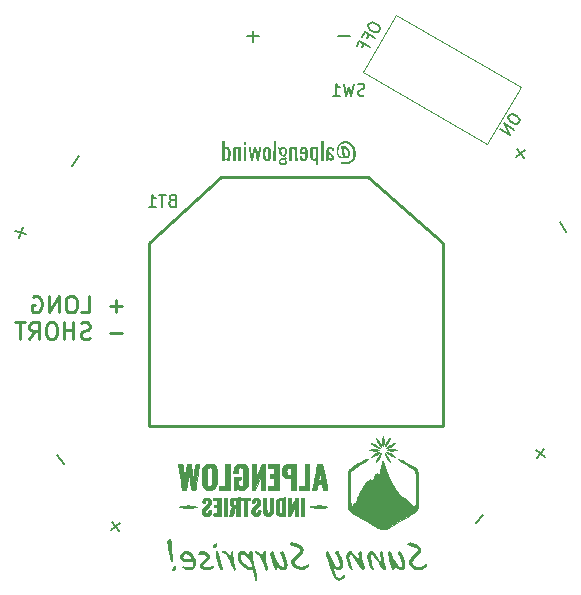
<source format=gbr>
%TF.GenerationSoftware,KiCad,Pcbnew,(6.0.4)*%
%TF.CreationDate,2024-01-19T16:04:25-08:00*%
%TF.ProjectId,Alpenglow_SunnySurprise_PCB,416c7065-6e67-46c6-9f77-5f53756e6e79,rev?*%
%TF.SameCoordinates,Original*%
%TF.FileFunction,Legend,Bot*%
%TF.FilePolarity,Positive*%
%FSLAX46Y46*%
G04 Gerber Fmt 4.6, Leading zero omitted, Abs format (unit mm)*
G04 Created by KiCad (PCBNEW (6.0.4)) date 2024-01-19 16:04:25*
%MOMM*%
%LPD*%
G01*
G04 APERTURE LIST*
G04 Aperture macros list*
%AMRotRect*
0 Rectangle, with rotation*
0 The origin of the aperture is its center*
0 $1 length*
0 $2 width*
0 $3 Rotation angle, in degrees counterclockwise*
0 Add horizontal line*
21,1,$1,$2,0,0,$3*%
G04 Aperture macros list end*
%ADD10C,0.152400*%
%ADD11C,0.150000*%
%ADD12C,0.254000*%
%ADD13C,0.120000*%
%ADD14C,0.010000*%
%ADD15R,1.800000X1.800000*%
%ADD16C,1.800000*%
%ADD17RotRect,1.800000X1.800000X240.000000*%
%ADD18RotRect,1.800000X1.800000X120.000000*%
%ADD19RotRect,1.800000X1.800000X310.000000*%
%ADD20RotRect,1.800000X1.800000X51.000000*%
%ADD21O,2.500000X4.000000*%
%ADD22C,17.272000*%
%ADD23C,2.000000*%
G04 APERTURE END LIST*
D10*
X185576030Y-72911602D02*
X186059840Y-73749584D01*
X167739060Y-57164514D02*
X166771440Y-57164514D01*
X182605699Y-66802248D02*
X181813072Y-67357251D01*
X182486888Y-67476063D02*
X181931884Y-66683436D01*
X184270310Y-92768724D02*
X183518328Y-92159782D01*
X183589848Y-92840244D02*
X184198790Y-92088262D01*
D11*
X181287887Y-63796404D02*
X181178635Y-63952433D01*
X181163016Y-64057761D01*
X181186404Y-64190401D01*
X181315120Y-64338661D01*
X181588170Y-64529853D01*
X181771512Y-64600099D01*
X181904153Y-64576711D01*
X181997787Y-64526009D01*
X182107039Y-64369980D01*
X182122658Y-64264653D01*
X182099270Y-64132012D01*
X181970555Y-63983752D01*
X181697504Y-63792560D01*
X181514162Y-63722315D01*
X181381521Y-63745703D01*
X181287887Y-63796404D01*
X181615402Y-65072111D02*
X180796250Y-64498534D01*
X181287645Y-65540198D01*
X180468492Y-64966621D01*
X169419938Y-56051404D02*
X169324700Y-56216361D01*
X169318320Y-56322649D01*
X169353180Y-56452747D01*
X169494327Y-56589224D01*
X169783003Y-56755891D01*
X169971769Y-56809890D01*
X170101867Y-56775030D01*
X170190725Y-56716361D01*
X170285963Y-56551404D01*
X170292343Y-56445116D01*
X170257484Y-56315018D01*
X170116336Y-56178541D01*
X169827661Y-56011874D01*
X169638894Y-55957875D01*
X169508796Y-55992735D01*
X169419938Y-56051404D01*
X169237093Y-57320482D02*
X169403760Y-57031807D01*
X169857392Y-57293711D02*
X168991367Y-56793711D01*
X168753271Y-57206104D01*
X168808521Y-58062789D02*
X168975188Y-57774114D01*
X169428821Y-58036019D02*
X168562795Y-57536019D01*
X168324700Y-57948412D01*
D10*
X148232123Y-99024070D02*
X147610150Y-98282831D01*
X147550517Y-98964437D02*
X148291756Y-98342464D01*
D12*
X148473280Y-80001200D02*
X147408900Y-80001200D01*
X147941090Y-80533391D02*
X147941090Y-79469010D01*
X145014042Y-80533391D02*
X145679280Y-80533391D01*
X145679280Y-79136391D01*
X144282280Y-79136391D02*
X144016185Y-79136391D01*
X143883138Y-79202915D01*
X143750090Y-79335962D01*
X143683566Y-79602057D01*
X143683566Y-80067724D01*
X143750090Y-80333819D01*
X143883138Y-80466867D01*
X144016185Y-80533391D01*
X144282280Y-80533391D01*
X144415328Y-80466867D01*
X144548376Y-80333819D01*
X144614900Y-80067724D01*
X144614900Y-79602057D01*
X144548376Y-79335962D01*
X144415328Y-79202915D01*
X144282280Y-79136391D01*
X143084852Y-80533391D02*
X143084852Y-79136391D01*
X142286566Y-80533391D01*
X142286566Y-79136391D01*
X140889566Y-79202915D02*
X141022614Y-79136391D01*
X141222185Y-79136391D01*
X141421757Y-79202915D01*
X141554804Y-79335962D01*
X141621328Y-79469010D01*
X141687852Y-79735105D01*
X141687852Y-79934676D01*
X141621328Y-80200772D01*
X141554804Y-80333819D01*
X141421757Y-80466867D01*
X141222185Y-80533391D01*
X141089138Y-80533391D01*
X140889566Y-80466867D01*
X140823042Y-80400343D01*
X140823042Y-79934676D01*
X141089138Y-79934676D01*
X148473280Y-82250370D02*
X147408900Y-82250370D01*
X145745804Y-82716037D02*
X145546233Y-82782561D01*
X145213614Y-82782561D01*
X145080566Y-82716037D01*
X145014042Y-82649513D01*
X144947519Y-82516465D01*
X144947519Y-82383418D01*
X145014042Y-82250370D01*
X145080566Y-82183846D01*
X145213614Y-82117323D01*
X145479709Y-82050799D01*
X145612757Y-81984275D01*
X145679280Y-81917751D01*
X145745804Y-81784704D01*
X145745804Y-81651656D01*
X145679280Y-81518608D01*
X145612757Y-81452085D01*
X145479709Y-81385561D01*
X145147090Y-81385561D01*
X144947519Y-81452085D01*
X144348804Y-82782561D02*
X144348804Y-81385561D01*
X144348804Y-82050799D02*
X143550519Y-82050799D01*
X143550519Y-82782561D02*
X143550519Y-81385561D01*
X142619185Y-81385561D02*
X142353090Y-81385561D01*
X142220042Y-81452085D01*
X142086995Y-81585132D01*
X142020471Y-81851227D01*
X142020471Y-82316894D01*
X142086995Y-82582989D01*
X142220042Y-82716037D01*
X142353090Y-82782561D01*
X142619185Y-82782561D01*
X142752233Y-82716037D01*
X142885280Y-82582989D01*
X142951804Y-82316894D01*
X142951804Y-81851227D01*
X142885280Y-81585132D01*
X142752233Y-81452085D01*
X142619185Y-81385561D01*
X140623471Y-82782561D02*
X141089138Y-82117323D01*
X141421757Y-82782561D02*
X141421757Y-81385561D01*
X140889566Y-81385561D01*
X140756519Y-81452085D01*
X140689995Y-81518608D01*
X140623471Y-81651656D01*
X140623471Y-81851227D01*
X140689995Y-81984275D01*
X140756519Y-82050799D01*
X140889566Y-82117323D01*
X141421757Y-82117323D01*
X140224328Y-81385561D02*
X139426042Y-81385561D01*
X139825185Y-82782561D02*
X139825185Y-81385561D01*
D10*
X144775969Y-67307363D02*
X144220965Y-68099990D01*
X143583923Y-93359870D02*
X142961950Y-92618631D01*
X179058985Y-97650886D02*
X178450043Y-98402868D01*
X160042860Y-57164514D02*
X159075240Y-57164514D01*
X159559050Y-57648323D02*
X159559050Y-56680704D01*
X140345869Y-73934089D02*
X139436604Y-73603144D01*
X139725764Y-74223249D02*
X140056709Y-73313984D01*
D11*
%TO.C,BT1*%
X152677714Y-71048571D02*
X152534857Y-71096190D01*
X152487238Y-71143809D01*
X152439619Y-71239047D01*
X152439619Y-71381904D01*
X152487238Y-71477142D01*
X152534857Y-71524761D01*
X152630095Y-71572380D01*
X153011047Y-71572380D01*
X153011047Y-70572380D01*
X152677714Y-70572380D01*
X152582476Y-70620000D01*
X152534857Y-70667619D01*
X152487238Y-70762857D01*
X152487238Y-70858095D01*
X152534857Y-70953333D01*
X152582476Y-71000952D01*
X152677714Y-71048571D01*
X153011047Y-71048571D01*
X152153904Y-70572380D02*
X151582476Y-70572380D01*
X151868190Y-71572380D02*
X151868190Y-70572380D01*
X150725333Y-71572380D02*
X151296761Y-71572380D01*
X151011047Y-71572380D02*
X151011047Y-70572380D01*
X151106285Y-70715238D01*
X151201523Y-70810476D01*
X151296761Y-70858095D01*
%TO.C,SW1*%
X168973333Y-62126761D02*
X168830476Y-62174380D01*
X168592380Y-62174380D01*
X168497142Y-62126761D01*
X168449523Y-62079142D01*
X168401904Y-61983904D01*
X168401904Y-61888666D01*
X168449523Y-61793428D01*
X168497142Y-61745809D01*
X168592380Y-61698190D01*
X168782857Y-61650571D01*
X168878095Y-61602952D01*
X168925714Y-61555333D01*
X168973333Y-61460095D01*
X168973333Y-61364857D01*
X168925714Y-61269619D01*
X168878095Y-61222000D01*
X168782857Y-61174380D01*
X168544761Y-61174380D01*
X168401904Y-61222000D01*
X168068571Y-61174380D02*
X167830476Y-62174380D01*
X167640000Y-61460095D01*
X167449523Y-62174380D01*
X167211428Y-61174380D01*
X166306666Y-62174380D02*
X166878095Y-62174380D01*
X166592380Y-62174380D02*
X166592380Y-61174380D01*
X166687619Y-61317238D01*
X166782857Y-61412476D01*
X166878095Y-61460095D01*
%TO.C,*%
D12*
%TO.C,BT1*%
X169291000Y-69088000D02*
X175641000Y-74676000D01*
X150749000Y-90170000D02*
X175641000Y-90170000D01*
X156845000Y-69088000D02*
X169291000Y-69088000D01*
X156845000Y-69088000D02*
X150749000Y-74676000D01*
X175641000Y-90170000D02*
X175641000Y-74676000D01*
X150749000Y-90170000D02*
X150749000Y-74676000D01*
D13*
%TO.C,SW1*%
X179396755Y-66289615D02*
X168831245Y-60189615D01*
X168831245Y-60189615D02*
X171631245Y-55339873D01*
X171631245Y-55339873D02*
X182196755Y-61439873D01*
X182196755Y-61439873D02*
X179396755Y-66289615D01*
%TO.C,G\u002A\u002A\u002A*%
G36*
X169918369Y-92121951D02*
G01*
X170043779Y-92130263D01*
X170143715Y-92146164D01*
X170190444Y-92160751D01*
X170209908Y-92185116D01*
X170157832Y-92209330D01*
X170034857Y-92232883D01*
X170010745Y-92235574D01*
X169897485Y-92238722D01*
X169754457Y-92234054D01*
X169607246Y-92223290D01*
X169481435Y-92208151D01*
X169402606Y-92190359D01*
X169392972Y-92185991D01*
X169385467Y-92165814D01*
X169434134Y-92148357D01*
X169525366Y-92134430D01*
X169645554Y-92124846D01*
X169781091Y-92120416D01*
X169918369Y-92121951D01*
G37*
D14*
X169918369Y-92121951D02*
X170043779Y-92130263D01*
X170143715Y-92146164D01*
X170190444Y-92160751D01*
X170209908Y-92185116D01*
X170157832Y-92209330D01*
X170034857Y-92232883D01*
X170010745Y-92235574D01*
X169897485Y-92238722D01*
X169754457Y-92234054D01*
X169607246Y-92223290D01*
X169481435Y-92208151D01*
X169402606Y-92190359D01*
X169392972Y-92185991D01*
X169385467Y-92165814D01*
X169434134Y-92148357D01*
X169525366Y-92134430D01*
X169645554Y-92124846D01*
X169781091Y-92120416D01*
X169918369Y-92121951D01*
G36*
X158670487Y-93358057D02*
G01*
X158832191Y-93402013D01*
X158954291Y-93491932D01*
X159049357Y-93633902D01*
X159067474Y-93671251D01*
X159092414Y-93734285D01*
X159109845Y-93805343D01*
X159121091Y-93897333D01*
X159127481Y-94023163D01*
X159130342Y-94195742D01*
X159131000Y-94427978D01*
X159130481Y-94538421D01*
X159125859Y-94766910D01*
X159117025Y-94961750D01*
X159104677Y-95109977D01*
X159089511Y-95198629D01*
X159083787Y-95216492D01*
X158996727Y-95374808D01*
X158864883Y-95494478D01*
X158705997Y-95558839D01*
X158623645Y-95568412D01*
X158479405Y-95560661D01*
X158351764Y-95526626D01*
X158259213Y-95472226D01*
X158220240Y-95403377D01*
X158210632Y-95398108D01*
X158191593Y-95449571D01*
X158176867Y-95488781D01*
X158128222Y-95533068D01*
X158031924Y-95551547D01*
X157897286Y-95562809D01*
X157897286Y-94433571D01*
X158514143Y-94433571D01*
X158514143Y-94560571D01*
X158514127Y-94570238D01*
X158507171Y-94650263D01*
X158472262Y-94681954D01*
X158387143Y-94687571D01*
X158260143Y-94687571D01*
X158260678Y-94859928D01*
X158261416Y-94895253D01*
X158288269Y-95068084D01*
X158350323Y-95189670D01*
X158442983Y-95253978D01*
X158561655Y-95254978D01*
X158587114Y-95246450D01*
X158640521Y-95206330D01*
X158679872Y-95133216D01*
X158706594Y-95019258D01*
X158722111Y-94856607D01*
X158727848Y-94637415D01*
X158725229Y-94353833D01*
X158721973Y-94198312D01*
X158716914Y-94023411D01*
X158709925Y-93901230D01*
X158699223Y-93819971D01*
X158683025Y-93767834D01*
X158659550Y-93733020D01*
X158627014Y-93703730D01*
X158561774Y-93663919D01*
X158460923Y-93652663D01*
X158376309Y-93701758D01*
X158318092Y-93803616D01*
X158296429Y-93950649D01*
X158296429Y-94106999D01*
X157887133Y-94106999D01*
X157907554Y-93909135D01*
X157935328Y-93739261D01*
X158001366Y-93568344D01*
X158107564Y-93451901D01*
X158261298Y-93382639D01*
X158469946Y-93353266D01*
X158670487Y-93358057D01*
G37*
X158670487Y-93358057D02*
X158832191Y-93402013D01*
X158954291Y-93491932D01*
X159049357Y-93633902D01*
X159067474Y-93671251D01*
X159092414Y-93734285D01*
X159109845Y-93805343D01*
X159121091Y-93897333D01*
X159127481Y-94023163D01*
X159130342Y-94195742D01*
X159131000Y-94427978D01*
X159130481Y-94538421D01*
X159125859Y-94766910D01*
X159117025Y-94961750D01*
X159104677Y-95109977D01*
X159089511Y-95198629D01*
X159083787Y-95216492D01*
X158996727Y-95374808D01*
X158864883Y-95494478D01*
X158705997Y-95558839D01*
X158623645Y-95568412D01*
X158479405Y-95560661D01*
X158351764Y-95526626D01*
X158259213Y-95472226D01*
X158220240Y-95403377D01*
X158210632Y-95398108D01*
X158191593Y-95449571D01*
X158176867Y-95488781D01*
X158128222Y-95533068D01*
X158031924Y-95551547D01*
X157897286Y-95562809D01*
X157897286Y-94433571D01*
X158514143Y-94433571D01*
X158514143Y-94560571D01*
X158514127Y-94570238D01*
X158507171Y-94650263D01*
X158472262Y-94681954D01*
X158387143Y-94687571D01*
X158260143Y-94687571D01*
X158260678Y-94859928D01*
X158261416Y-94895253D01*
X158288269Y-95068084D01*
X158350323Y-95189670D01*
X158442983Y-95253978D01*
X158561655Y-95254978D01*
X158587114Y-95246450D01*
X158640521Y-95206330D01*
X158679872Y-95133216D01*
X158706594Y-95019258D01*
X158722111Y-94856607D01*
X158727848Y-94637415D01*
X158725229Y-94353833D01*
X158721973Y-94198312D01*
X158716914Y-94023411D01*
X158709925Y-93901230D01*
X158699223Y-93819971D01*
X158683025Y-93767834D01*
X158659550Y-93733020D01*
X158627014Y-93703730D01*
X158561774Y-93663919D01*
X158460923Y-93652663D01*
X158376309Y-93701758D01*
X158318092Y-93803616D01*
X158296429Y-93950649D01*
X158296429Y-94106999D01*
X157887133Y-94106999D01*
X157907554Y-93909135D01*
X157935328Y-93739261D01*
X158001366Y-93568344D01*
X158107564Y-93451901D01*
X158261298Y-93382639D01*
X158469946Y-93353266D01*
X158670487Y-93358057D01*
G36*
X157570715Y-95558428D02*
G01*
X156663572Y-95558428D01*
X156663572Y-95268142D01*
X157171572Y-95268142D01*
X157171572Y-93381285D01*
X157570715Y-93381285D01*
X157570715Y-95558428D01*
G37*
X157570715Y-95558428D02*
X156663572Y-95558428D01*
X156663572Y-95268142D01*
X157171572Y-95268142D01*
X157171572Y-93381285D01*
X157570715Y-93381285D01*
X157570715Y-95558428D01*
G36*
X164319857Y-95558428D02*
G01*
X163412715Y-95558428D01*
X163412715Y-95268142D01*
X163920714Y-95268142D01*
X163920714Y-93381285D01*
X164319857Y-93381285D01*
X164319857Y-95558428D01*
G37*
X164319857Y-95558428D02*
X163412715Y-95558428D01*
X163412715Y-95268142D01*
X163920714Y-95268142D01*
X163920714Y-93381285D01*
X164319857Y-93381285D01*
X164319857Y-95558428D01*
G36*
X165787137Y-95167531D02*
G01*
X165817713Y-95331740D01*
X165837357Y-95444075D01*
X165844243Y-95494928D01*
X165844201Y-95497434D01*
X165829111Y-95535312D01*
X165775409Y-95553647D01*
X165666311Y-95558428D01*
X165570563Y-95555908D01*
X165507032Y-95538731D01*
X165469319Y-95492539D01*
X165446016Y-95402977D01*
X165425712Y-95255688D01*
X165400067Y-95050428D01*
X165017648Y-95050428D01*
X164992002Y-95255688D01*
X164972513Y-95398170D01*
X164949557Y-95489817D01*
X164912659Y-95537505D01*
X164850412Y-95555590D01*
X164751404Y-95558428D01*
X164689758Y-95556732D01*
X164605876Y-95546897D01*
X164572329Y-95531214D01*
X164572944Y-95525141D01*
X164583583Y-95462644D01*
X164606080Y-95340945D01*
X164638713Y-95169069D01*
X164679758Y-94956043D01*
X164723334Y-94732244D01*
X165086582Y-94732244D01*
X165119467Y-94755826D01*
X165206545Y-94760142D01*
X165340304Y-94760142D01*
X165316839Y-94605928D01*
X165302674Y-94517758D01*
X165277077Y-94368220D01*
X165249656Y-94215857D01*
X165205938Y-93979999D01*
X165158625Y-94270285D01*
X165154208Y-94297305D01*
X165129244Y-94447460D01*
X165107073Y-94576981D01*
X165092049Y-94660357D01*
X165089587Y-94673445D01*
X165086582Y-94732244D01*
X164723334Y-94732244D01*
X164727492Y-94710892D01*
X164780191Y-94442642D01*
X164989582Y-93381285D01*
X165429978Y-93381285D01*
X165637303Y-94406357D01*
X165648083Y-94459743D01*
X165700495Y-94721924D01*
X165708001Y-94760142D01*
X165747456Y-94961056D01*
X165787137Y-95167531D01*
G37*
X165787137Y-95167531D02*
X165817713Y-95331740D01*
X165837357Y-95444075D01*
X165844243Y-95494928D01*
X165844201Y-95497434D01*
X165829111Y-95535312D01*
X165775409Y-95553647D01*
X165666311Y-95558428D01*
X165570563Y-95555908D01*
X165507032Y-95538731D01*
X165469319Y-95492539D01*
X165446016Y-95402977D01*
X165425712Y-95255688D01*
X165400067Y-95050428D01*
X165017648Y-95050428D01*
X164992002Y-95255688D01*
X164972513Y-95398170D01*
X164949557Y-95489817D01*
X164912659Y-95537505D01*
X164850412Y-95555590D01*
X164751404Y-95558428D01*
X164689758Y-95556732D01*
X164605876Y-95546897D01*
X164572329Y-95531214D01*
X164572944Y-95525141D01*
X164583583Y-95462644D01*
X164606080Y-95340945D01*
X164638713Y-95169069D01*
X164679758Y-94956043D01*
X164723334Y-94732244D01*
X165086582Y-94732244D01*
X165119467Y-94755826D01*
X165206545Y-94760142D01*
X165340304Y-94760142D01*
X165316839Y-94605928D01*
X165302674Y-94517758D01*
X165277077Y-94368220D01*
X165249656Y-94215857D01*
X165205938Y-93979999D01*
X165158625Y-94270285D01*
X165154208Y-94297305D01*
X165129244Y-94447460D01*
X165107073Y-94576981D01*
X165092049Y-94660357D01*
X165089587Y-94673445D01*
X165086582Y-94732244D01*
X164723334Y-94732244D01*
X164727492Y-94710892D01*
X164780191Y-94442642D01*
X164989582Y-93381285D01*
X165429978Y-93381285D01*
X165637303Y-94406357D01*
X165648083Y-94459743D01*
X165700495Y-94721924D01*
X165708001Y-94760142D01*
X165747456Y-94961056D01*
X165787137Y-95167531D01*
G36*
X159312429Y-96318129D02*
G01*
X159308030Y-96377280D01*
X159276309Y-96419585D01*
X159194500Y-96436058D01*
X159076572Y-96447428D01*
X159066663Y-97091499D01*
X159056754Y-97735571D01*
X158768143Y-97735571D01*
X158768143Y-96429285D01*
X158659286Y-96429285D01*
X158601832Y-96425950D01*
X158559420Y-96397532D01*
X158550429Y-96320428D01*
X158550429Y-96211571D01*
X159312429Y-96211571D01*
X159312429Y-96318129D01*
G37*
X159312429Y-96318129D02*
X159308030Y-96377280D01*
X159276309Y-96419585D01*
X159194500Y-96436058D01*
X159076572Y-96447428D01*
X159066663Y-97091499D01*
X159056754Y-97735571D01*
X158768143Y-97735571D01*
X158768143Y-96429285D01*
X158659286Y-96429285D01*
X158601832Y-96425950D01*
X158559420Y-96397532D01*
X158550429Y-96320428D01*
X158550429Y-96211571D01*
X159312429Y-96211571D01*
X159312429Y-96318129D01*
G36*
X170720067Y-92444804D02*
G01*
X170776238Y-92500557D01*
X170849217Y-92599100D01*
X170929729Y-92724702D01*
X171008496Y-92861630D01*
X171076243Y-92994154D01*
X171123693Y-93106540D01*
X171141572Y-93183057D01*
X171141049Y-93189498D01*
X171119144Y-93193450D01*
X171071347Y-93148856D01*
X171006369Y-93068020D01*
X170932922Y-92963248D01*
X170859716Y-92846844D01*
X170795463Y-92731112D01*
X170748873Y-92628357D01*
X170720569Y-92547067D01*
X170699986Y-92468308D01*
X170702173Y-92437857D01*
X170720067Y-92444804D01*
G37*
X170720067Y-92444804D02*
X170776238Y-92500557D01*
X170849217Y-92599100D01*
X170929729Y-92724702D01*
X171008496Y-92861630D01*
X171076243Y-92994154D01*
X171123693Y-93106540D01*
X171141572Y-93183057D01*
X171141049Y-93189498D01*
X171119144Y-93193450D01*
X171071347Y-93148856D01*
X171006369Y-93068020D01*
X170932922Y-92963248D01*
X170859716Y-92846844D01*
X170795463Y-92731112D01*
X170748873Y-92628357D01*
X170720569Y-92547067D01*
X170699986Y-92468308D01*
X170702173Y-92437857D01*
X170720067Y-92444804D01*
G36*
X162017422Y-97735571D02*
G01*
X161843542Y-97729752D01*
X161697045Y-97704515D01*
X161591851Y-97651045D01*
X161521418Y-97560575D01*
X161479207Y-97424342D01*
X161458676Y-97233579D01*
X161453286Y-96979521D01*
X161453568Y-96960405D01*
X161743572Y-96960405D01*
X161745965Y-97111024D01*
X161753903Y-97266263D01*
X161766081Y-97384385D01*
X161781134Y-97447671D01*
X161821067Y-97490238D01*
X161908134Y-97517857D01*
X161997572Y-97517857D01*
X161997572Y-96973571D01*
X161997535Y-96900109D01*
X161996529Y-96711439D01*
X161993106Y-96581187D01*
X161985884Y-96498599D01*
X161973479Y-96452922D01*
X161954510Y-96433402D01*
X161927592Y-96429285D01*
X161894047Y-96431010D01*
X161830633Y-96452310D01*
X161787345Y-96505896D01*
X161760716Y-96601772D01*
X161747280Y-96749940D01*
X161743572Y-96960405D01*
X161453568Y-96960405D01*
X161455770Y-96811080D01*
X161463166Y-96649014D01*
X161474291Y-96523158D01*
X161487952Y-96451688D01*
X161540525Y-96362241D01*
X161639708Y-96289095D01*
X161789855Y-96242769D01*
X162000631Y-96218874D01*
X162287857Y-96202247D01*
X162287857Y-97735571D01*
X162017422Y-97735571D01*
G37*
X162017422Y-97735571D02*
X161843542Y-97729752D01*
X161697045Y-97704515D01*
X161591851Y-97651045D01*
X161521418Y-97560575D01*
X161479207Y-97424342D01*
X161458676Y-97233579D01*
X161453286Y-96979521D01*
X161453568Y-96960405D01*
X161743572Y-96960405D01*
X161745965Y-97111024D01*
X161753903Y-97266263D01*
X161766081Y-97384385D01*
X161781134Y-97447671D01*
X161821067Y-97490238D01*
X161908134Y-97517857D01*
X161997572Y-97517857D01*
X161997572Y-96973571D01*
X161997535Y-96900109D01*
X161996529Y-96711439D01*
X161993106Y-96581187D01*
X161985884Y-96498599D01*
X161973479Y-96452922D01*
X161954510Y-96433402D01*
X161927592Y-96429285D01*
X161894047Y-96431010D01*
X161830633Y-96452310D01*
X161787345Y-96505896D01*
X161760716Y-96601772D01*
X161747280Y-96749940D01*
X161743572Y-96960405D01*
X161453568Y-96960405D01*
X161455770Y-96811080D01*
X161463166Y-96649014D01*
X161474291Y-96523158D01*
X161487952Y-96451688D01*
X161540525Y-96362241D01*
X161639708Y-96289095D01*
X161789855Y-96242769D01*
X162000631Y-96218874D01*
X162287857Y-96202247D01*
X162287857Y-97735571D01*
X162017422Y-97735571D01*
G36*
X159971918Y-96233945D02*
G01*
X160090248Y-96304261D01*
X160159135Y-96426189D01*
X160182132Y-96603393D01*
X160182244Y-96639921D01*
X160178320Y-96719725D01*
X160160646Y-96783314D01*
X160119638Y-96847376D01*
X160045712Y-96928599D01*
X159929286Y-97043669D01*
X159848080Y-97124971D01*
X159747149Y-97237825D01*
X159692018Y-97322083D01*
X159675286Y-97387771D01*
X159675494Y-97397857D01*
X159701554Y-97480869D01*
X159758383Y-97514982D01*
X159827614Y-97502873D01*
X159890882Y-97447217D01*
X159929820Y-97350691D01*
X159942207Y-97298647D01*
X159978099Y-97258815D01*
X160056820Y-97258435D01*
X160112602Y-97265785D01*
X160180533Y-97287406D01*
X160198812Y-97335082D01*
X160182731Y-97429602D01*
X160158931Y-97506420D01*
X160071680Y-97648045D01*
X159947429Y-97739411D01*
X159862144Y-97763108D01*
X159714318Y-97755486D01*
X159574655Y-97698661D01*
X159463737Y-97602536D01*
X159402142Y-97477014D01*
X159392118Y-97417918D01*
X159396249Y-97297681D01*
X159441604Y-97179032D01*
X159534735Y-97048275D01*
X159682196Y-96891716D01*
X159786306Y-96784516D01*
X159880953Y-96666899D01*
X159921257Y-96577618D01*
X159910181Y-96508967D01*
X159850685Y-96453238D01*
X159829084Y-96442772D01*
X159755640Y-96447814D01*
X159698374Y-96505572D01*
X159675286Y-96600896D01*
X159675227Y-96608044D01*
X159661652Y-96667487D01*
X159617890Y-96669025D01*
X159582006Y-96658514D01*
X159490890Y-96646999D01*
X159469058Y-96644314D01*
X159426750Y-96601320D01*
X159428894Y-96513864D01*
X159476090Y-96392273D01*
X159540930Y-96298776D01*
X159648856Y-96231834D01*
X159802286Y-96211571D01*
X159971918Y-96233945D01*
G37*
X159971918Y-96233945D02*
X160090248Y-96304261D01*
X160159135Y-96426189D01*
X160182132Y-96603393D01*
X160182244Y-96639921D01*
X160178320Y-96719725D01*
X160160646Y-96783314D01*
X160119638Y-96847376D01*
X160045712Y-96928599D01*
X159929286Y-97043669D01*
X159848080Y-97124971D01*
X159747149Y-97237825D01*
X159692018Y-97322083D01*
X159675286Y-97387771D01*
X159675494Y-97397857D01*
X159701554Y-97480869D01*
X159758383Y-97514982D01*
X159827614Y-97502873D01*
X159890882Y-97447217D01*
X159929820Y-97350691D01*
X159942207Y-97298647D01*
X159978099Y-97258815D01*
X160056820Y-97258435D01*
X160112602Y-97265785D01*
X160180533Y-97287406D01*
X160198812Y-97335082D01*
X160182731Y-97429602D01*
X160158931Y-97506420D01*
X160071680Y-97648045D01*
X159947429Y-97739411D01*
X159862144Y-97763108D01*
X159714318Y-97755486D01*
X159574655Y-97698661D01*
X159463737Y-97602536D01*
X159402142Y-97477014D01*
X159392118Y-97417918D01*
X159396249Y-97297681D01*
X159441604Y-97179032D01*
X159534735Y-97048275D01*
X159682196Y-96891716D01*
X159786306Y-96784516D01*
X159880953Y-96666899D01*
X159921257Y-96577618D01*
X159910181Y-96508967D01*
X159850685Y-96453238D01*
X159829084Y-96442772D01*
X159755640Y-96447814D01*
X159698374Y-96505572D01*
X159675286Y-96600896D01*
X159675227Y-96608044D01*
X159661652Y-96667487D01*
X159617890Y-96669025D01*
X159582006Y-96658514D01*
X159490890Y-96646999D01*
X159469058Y-96644314D01*
X159426750Y-96601320D01*
X159428894Y-96513864D01*
X159476090Y-96392273D01*
X159540930Y-96298776D01*
X159648856Y-96231834D01*
X159802286Y-96211571D01*
X159971918Y-96233945D01*
G36*
X171540715Y-91599720D02*
G01*
X171538992Y-91607578D01*
X171497292Y-91658948D01*
X171412101Y-91730539D01*
X171299759Y-91810526D01*
X171176606Y-91887082D01*
X171058980Y-91948382D01*
X170935536Y-92002828D01*
X170859901Y-92030419D01*
X170824319Y-92032212D01*
X170816122Y-92011499D01*
X170824119Y-91992361D01*
X170877608Y-91938607D01*
X170969439Y-91870258D01*
X171085595Y-91795279D01*
X171212062Y-91721636D01*
X171334824Y-91657293D01*
X171439864Y-91610216D01*
X171513166Y-91588370D01*
X171540715Y-91599720D01*
G37*
X171540715Y-91599720D02*
X171538992Y-91607578D01*
X171497292Y-91658948D01*
X171412101Y-91730539D01*
X171299759Y-91810526D01*
X171176606Y-91887082D01*
X171058980Y-91948382D01*
X170935536Y-92002828D01*
X170859901Y-92030419D01*
X170824319Y-92032212D01*
X170816122Y-92011499D01*
X170824119Y-91992361D01*
X170877608Y-91938607D01*
X170969439Y-91870258D01*
X171085595Y-91795279D01*
X171212062Y-91721636D01*
X171334824Y-91657293D01*
X171439864Y-91610216D01*
X171513166Y-91588370D01*
X171540715Y-91599720D01*
G36*
X155756024Y-96226911D02*
G01*
X155891261Y-96296951D01*
X155979112Y-96415615D01*
X156010429Y-96574022D01*
X156006516Y-96660566D01*
X155984504Y-96757033D01*
X155934481Y-96849094D01*
X155846827Y-96953245D01*
X155711925Y-97085983D01*
X155603405Y-97192648D01*
X155538933Y-97270482D01*
X155510672Y-97332648D01*
X155508558Y-97394412D01*
X155513328Y-97426324D01*
X155543016Y-97484884D01*
X155611286Y-97499714D01*
X155647773Y-97496489D01*
X155702773Y-97461461D01*
X155743048Y-97372714D01*
X155750271Y-97351485D01*
X155782184Y-97279318D01*
X155806548Y-97254785D01*
X155844822Y-97260734D01*
X155924492Y-97263857D01*
X155949781Y-97264225D01*
X155995934Y-97275579D01*
X156009273Y-97318034D01*
X156000139Y-97411816D01*
X155977036Y-97510566D01*
X155897274Y-97649821D01*
X155774572Y-97737554D01*
X155755646Y-97744631D01*
X155610180Y-97764624D01*
X155462306Y-97736909D01*
X155335555Y-97669104D01*
X155253456Y-97568829D01*
X155223181Y-97470456D01*
X155216404Y-97315487D01*
X155253231Y-97179828D01*
X155266878Y-97158022D01*
X155327983Y-97079438D01*
X155419780Y-96973325D01*
X155528158Y-96856286D01*
X155614569Y-96762807D01*
X155703858Y-96649367D01*
X155741905Y-96566070D01*
X155732099Y-96503795D01*
X155677827Y-96453421D01*
X155656523Y-96443013D01*
X155583049Y-96447699D01*
X155525617Y-96505060D01*
X155502429Y-96599897D01*
X155496871Y-96655363D01*
X155464751Y-96675569D01*
X155384500Y-96663787D01*
X155318752Y-96649199D01*
X155261829Y-96625125D01*
X155248877Y-96579010D01*
X155263565Y-96486978D01*
X155272831Y-96448463D01*
X155345320Y-96320123D01*
X155468963Y-96239526D01*
X155637113Y-96211571D01*
X155756024Y-96226911D01*
G37*
X155756024Y-96226911D02*
X155891261Y-96296951D01*
X155979112Y-96415615D01*
X156010429Y-96574022D01*
X156006516Y-96660566D01*
X155984504Y-96757033D01*
X155934481Y-96849094D01*
X155846827Y-96953245D01*
X155711925Y-97085983D01*
X155603405Y-97192648D01*
X155538933Y-97270482D01*
X155510672Y-97332648D01*
X155508558Y-97394412D01*
X155513328Y-97426324D01*
X155543016Y-97484884D01*
X155611286Y-97499714D01*
X155647773Y-97496489D01*
X155702773Y-97461461D01*
X155743048Y-97372714D01*
X155750271Y-97351485D01*
X155782184Y-97279318D01*
X155806548Y-97254785D01*
X155844822Y-97260734D01*
X155924492Y-97263857D01*
X155949781Y-97264225D01*
X155995934Y-97275579D01*
X156009273Y-97318034D01*
X156000139Y-97411816D01*
X155977036Y-97510566D01*
X155897274Y-97649821D01*
X155774572Y-97737554D01*
X155755646Y-97744631D01*
X155610180Y-97764624D01*
X155462306Y-97736909D01*
X155335555Y-97669104D01*
X155253456Y-97568829D01*
X155223181Y-97470456D01*
X155216404Y-97315487D01*
X155253231Y-97179828D01*
X155266878Y-97158022D01*
X155327983Y-97079438D01*
X155419780Y-96973325D01*
X155528158Y-96856286D01*
X155614569Y-96762807D01*
X155703858Y-96649367D01*
X155741905Y-96566070D01*
X155732099Y-96503795D01*
X155677827Y-96453421D01*
X155656523Y-96443013D01*
X155583049Y-96447699D01*
X155525617Y-96505060D01*
X155502429Y-96599897D01*
X155496871Y-96655363D01*
X155464751Y-96675569D01*
X155384500Y-96663787D01*
X155318752Y-96649199D01*
X155261829Y-96625125D01*
X155248877Y-96579010D01*
X155263565Y-96486978D01*
X155272831Y-96448463D01*
X155345320Y-96320123D01*
X155468963Y-96239526D01*
X155637113Y-96211571D01*
X155756024Y-96226911D01*
G36*
X163194937Y-94522572D02*
G01*
X163193720Y-94787879D01*
X163191107Y-95026833D01*
X163187304Y-95230188D01*
X163182517Y-95388703D01*
X163176950Y-95493134D01*
X163170810Y-95534238D01*
X163147022Y-95543429D01*
X163066021Y-95554222D01*
X162953095Y-95558428D01*
X162759572Y-95558428D01*
X162759572Y-94578714D01*
X162574555Y-94578714D01*
X162551243Y-94578414D01*
X162347075Y-94546940D01*
X162181309Y-94467549D01*
X162065995Y-94345761D01*
X162025175Y-94248737D01*
X161996336Y-94082420D01*
X161996301Y-93990048D01*
X162380574Y-93990048D01*
X162385818Y-94096117D01*
X162407447Y-94185503D01*
X162451010Y-94238389D01*
X162533610Y-94273463D01*
X162639507Y-94288428D01*
X162759572Y-94288428D01*
X162759572Y-93671571D01*
X162618872Y-93671571D01*
X162509515Y-93684314D01*
X162431370Y-93734580D01*
X162391006Y-93832994D01*
X162380574Y-93990048D01*
X161996301Y-93990048D01*
X161996267Y-93899523D01*
X162024434Y-93728005D01*
X162080304Y-93595823D01*
X162125055Y-93534757D01*
X162193108Y-93468324D01*
X162277468Y-93424174D01*
X162392159Y-93397947D01*
X162551209Y-93385283D01*
X162768643Y-93381820D01*
X163195000Y-93381285D01*
X163195000Y-94445666D01*
X163194937Y-94522572D01*
G37*
X163194937Y-94522572D02*
X163193720Y-94787879D01*
X163191107Y-95026833D01*
X163187304Y-95230188D01*
X163182517Y-95388703D01*
X163176950Y-95493134D01*
X163170810Y-95534238D01*
X163147022Y-95543429D01*
X163066021Y-95554222D01*
X162953095Y-95558428D01*
X162759572Y-95558428D01*
X162759572Y-94578714D01*
X162574555Y-94578714D01*
X162551243Y-94578414D01*
X162347075Y-94546940D01*
X162181309Y-94467549D01*
X162065995Y-94345761D01*
X162025175Y-94248737D01*
X161996336Y-94082420D01*
X161996301Y-93990048D01*
X162380574Y-93990048D01*
X162385818Y-94096117D01*
X162407447Y-94185503D01*
X162451010Y-94238389D01*
X162533610Y-94273463D01*
X162639507Y-94288428D01*
X162759572Y-94288428D01*
X162759572Y-93671571D01*
X162618872Y-93671571D01*
X162509515Y-93684314D01*
X162431370Y-93734580D01*
X162391006Y-93832994D01*
X162380574Y-93990048D01*
X161996301Y-93990048D01*
X161996267Y-93899523D01*
X162024434Y-93728005D01*
X162080304Y-93595823D01*
X162125055Y-93534757D01*
X162193108Y-93468324D01*
X162277468Y-93424174D01*
X162392159Y-93397947D01*
X162551209Y-93385283D01*
X162768643Y-93381820D01*
X163195000Y-93381285D01*
X163195000Y-94445666D01*
X163194937Y-94522572D01*
G36*
X154230630Y-96887402D02*
G01*
X154426888Y-96913992D01*
X154528449Y-96930279D01*
X154664116Y-96954063D01*
X154760297Y-96973532D01*
X154800831Y-96985592D01*
X154796498Y-96990234D01*
X154741469Y-97004972D01*
X154636769Y-97024121D01*
X154497514Y-97044734D01*
X154433960Y-97053428D01*
X154295752Y-97073464D01*
X154192100Y-97090073D01*
X154141714Y-97100332D01*
X154120516Y-97106888D01*
X154081887Y-97112874D01*
X154026233Y-97112088D01*
X153939886Y-97103419D01*
X153809177Y-97085757D01*
X153620436Y-97057993D01*
X153503966Y-97039960D01*
X153366836Y-97014733D01*
X153296604Y-96993062D01*
X153294352Y-96972991D01*
X153361160Y-96952567D01*
X153498111Y-96929836D01*
X153706286Y-96902843D01*
X153707980Y-96902636D01*
X153906257Y-96882267D01*
X154068779Y-96877008D01*
X154230630Y-96887402D01*
G37*
X154230630Y-96887402D02*
X154426888Y-96913992D01*
X154528449Y-96930279D01*
X154664116Y-96954063D01*
X154760297Y-96973532D01*
X154800831Y-96985592D01*
X154796498Y-96990234D01*
X154741469Y-97004972D01*
X154636769Y-97024121D01*
X154497514Y-97044734D01*
X154433960Y-97053428D01*
X154295752Y-97073464D01*
X154192100Y-97090073D01*
X154141714Y-97100332D01*
X154120516Y-97106888D01*
X154081887Y-97112874D01*
X154026233Y-97112088D01*
X153939886Y-97103419D01*
X153809177Y-97085757D01*
X153620436Y-97057993D01*
X153503966Y-97039960D01*
X153366836Y-97014733D01*
X153296604Y-96993062D01*
X153294352Y-96972991D01*
X153361160Y-96952567D01*
X153498111Y-96929836D01*
X153706286Y-96902843D01*
X153707980Y-96902636D01*
X153906257Y-96882267D01*
X154068779Y-96877008D01*
X154230630Y-96887402D01*
G36*
X170562943Y-91060938D02*
G01*
X170583321Y-91149714D01*
X170600038Y-91263504D01*
X170609024Y-91446063D01*
X170602161Y-91627813D01*
X170579655Y-91773703D01*
X170553183Y-91875428D01*
X170517638Y-91784714D01*
X170510096Y-91760982D01*
X170492057Y-91646649D01*
X170483767Y-91495839D01*
X170485231Y-91335625D01*
X170496457Y-91193083D01*
X170517453Y-91095285D01*
X170528520Y-91067586D01*
X170547645Y-91036015D01*
X170562943Y-91060938D01*
G37*
X170562943Y-91060938D02*
X170583321Y-91149714D01*
X170600038Y-91263504D01*
X170609024Y-91446063D01*
X170602161Y-91627813D01*
X170579655Y-91773703D01*
X170553183Y-91875428D01*
X170517638Y-91784714D01*
X170510096Y-91760982D01*
X170492057Y-91646649D01*
X170483767Y-91495839D01*
X170485231Y-91335625D01*
X170496457Y-91193083D01*
X170517453Y-91095285D01*
X170528520Y-91067586D01*
X170547645Y-91036015D01*
X170562943Y-91060938D01*
G36*
X163730214Y-96218452D02*
G01*
X163866286Y-96229714D01*
X163876094Y-96982642D01*
X163885901Y-97735571D01*
X163594143Y-97735571D01*
X163594143Y-96207190D01*
X163730214Y-96218452D01*
G37*
X163730214Y-96218452D02*
X163866286Y-96229714D01*
X163876094Y-96982642D01*
X163885901Y-97735571D01*
X163594143Y-97735571D01*
X163594143Y-96207190D01*
X163730214Y-96218452D01*
G36*
X170391598Y-92455869D02*
G01*
X170376209Y-92524367D01*
X170340448Y-92626486D01*
X170311038Y-92700779D01*
X170269711Y-92798229D01*
X170230595Y-92870257D01*
X170177890Y-92943992D01*
X170095797Y-93046564D01*
X170042906Y-93109450D01*
X169985293Y-93170732D01*
X169958021Y-93189544D01*
X169956904Y-93188256D01*
X169958101Y-93137768D01*
X169991825Y-93044198D01*
X170049317Y-92922900D01*
X170121821Y-92789227D01*
X170200577Y-92658533D01*
X170276829Y-92546170D01*
X170341818Y-92467494D01*
X170386788Y-92437857D01*
X170391598Y-92455869D01*
G37*
X170391598Y-92455869D02*
X170376209Y-92524367D01*
X170340448Y-92626486D01*
X170311038Y-92700779D01*
X170269711Y-92798229D01*
X170230595Y-92870257D01*
X170177890Y-92943992D01*
X170095797Y-93046564D01*
X170042906Y-93109450D01*
X169985293Y-93170732D01*
X169958021Y-93189544D01*
X169956904Y-93188256D01*
X169958101Y-93137768D01*
X169991825Y-93044198D01*
X170049317Y-92922900D01*
X170121821Y-92789227D01*
X170200577Y-92658533D01*
X170276829Y-92546170D01*
X170341818Y-92467494D01*
X170386788Y-92437857D01*
X170391598Y-92455869D01*
G36*
X154361501Y-94013211D02*
G01*
X154391919Y-94197757D01*
X154422409Y-94376678D01*
X154447514Y-94517472D01*
X154465236Y-94608957D01*
X154473573Y-94639950D01*
X154477628Y-94622053D01*
X154489761Y-94544758D01*
X154507539Y-94419747D01*
X154529075Y-94261521D01*
X154552481Y-94084580D01*
X154575869Y-93903423D01*
X154597353Y-93732551D01*
X154615045Y-93586463D01*
X154627057Y-93479660D01*
X154631502Y-93426642D01*
X154634613Y-93415600D01*
X154690238Y-93389843D01*
X154815883Y-93381285D01*
X154911812Y-93382524D01*
X154971060Y-93392875D01*
X154988341Y-93422378D01*
X154980182Y-93481071D01*
X154971581Y-93532475D01*
X154953906Y-93649089D01*
X154929309Y-93817344D01*
X154899343Y-94026473D01*
X154865564Y-94265708D01*
X154829526Y-94524285D01*
X154796692Y-94759558D01*
X154763425Y-94994022D01*
X154734105Y-95196613D01*
X154710201Y-95357323D01*
X154693179Y-95466145D01*
X154684508Y-95513071D01*
X154679177Y-95522081D01*
X154619091Y-95548572D01*
X154509644Y-95558428D01*
X154461222Y-95559626D01*
X154416517Y-95559194D01*
X154382333Y-95548475D01*
X154355315Y-95518738D01*
X154332110Y-95461252D01*
X154309364Y-95367285D01*
X154283724Y-95228107D01*
X154251835Y-95034986D01*
X154210345Y-94779191D01*
X154109665Y-94163239D01*
X154009524Y-94742905D01*
X153988979Y-94861690D01*
X153954575Y-95059986D01*
X153924466Y-95232778D01*
X153901327Y-95364729D01*
X153887833Y-95440500D01*
X153879879Y-95479932D01*
X153856280Y-95533249D01*
X153805408Y-95554560D01*
X153704642Y-95558428D01*
X153657553Y-95558034D01*
X153575035Y-95554796D01*
X153541850Y-95549357D01*
X153541064Y-95543808D01*
X153532335Y-95483064D01*
X153514982Y-95362592D01*
X153490282Y-95191260D01*
X153459515Y-94977935D01*
X153423959Y-94731488D01*
X153384893Y-94460785D01*
X153229086Y-93381285D01*
X153399548Y-93381285D01*
X153453436Y-93379645D01*
X153498650Y-93379476D01*
X153532620Y-93389546D01*
X153558471Y-93418649D01*
X153579324Y-93475577D01*
X153598303Y-93569124D01*
X153618532Y-93708082D01*
X153643134Y-93901244D01*
X153675232Y-94157404D01*
X153684438Y-94228466D01*
X153707572Y-94394322D01*
X153727911Y-94522829D01*
X153743527Y-94602416D01*
X153752496Y-94621512D01*
X153758335Y-94595770D01*
X153775227Y-94506434D01*
X153800012Y-94367195D01*
X153830411Y-94190934D01*
X153864142Y-93990537D01*
X153962500Y-93399428D01*
X154110389Y-93388525D01*
X154258279Y-93377622D01*
X154361501Y-94013211D01*
G37*
X154361501Y-94013211D02*
X154391919Y-94197757D01*
X154422409Y-94376678D01*
X154447514Y-94517472D01*
X154465236Y-94608957D01*
X154473573Y-94639950D01*
X154477628Y-94622053D01*
X154489761Y-94544758D01*
X154507539Y-94419747D01*
X154529075Y-94261521D01*
X154552481Y-94084580D01*
X154575869Y-93903423D01*
X154597353Y-93732551D01*
X154615045Y-93586463D01*
X154627057Y-93479660D01*
X154631502Y-93426642D01*
X154634613Y-93415600D01*
X154690238Y-93389843D01*
X154815883Y-93381285D01*
X154911812Y-93382524D01*
X154971060Y-93392875D01*
X154988341Y-93422378D01*
X154980182Y-93481071D01*
X154971581Y-93532475D01*
X154953906Y-93649089D01*
X154929309Y-93817344D01*
X154899343Y-94026473D01*
X154865564Y-94265708D01*
X154829526Y-94524285D01*
X154796692Y-94759558D01*
X154763425Y-94994022D01*
X154734105Y-95196613D01*
X154710201Y-95357323D01*
X154693179Y-95466145D01*
X154684508Y-95513071D01*
X154679177Y-95522081D01*
X154619091Y-95548572D01*
X154509644Y-95558428D01*
X154461222Y-95559626D01*
X154416517Y-95559194D01*
X154382333Y-95548475D01*
X154355315Y-95518738D01*
X154332110Y-95461252D01*
X154309364Y-95367285D01*
X154283724Y-95228107D01*
X154251835Y-95034986D01*
X154210345Y-94779191D01*
X154109665Y-94163239D01*
X154009524Y-94742905D01*
X153988979Y-94861690D01*
X153954575Y-95059986D01*
X153924466Y-95232778D01*
X153901327Y-95364729D01*
X153887833Y-95440500D01*
X153879879Y-95479932D01*
X153856280Y-95533249D01*
X153805408Y-95554560D01*
X153704642Y-95558428D01*
X153657553Y-95558034D01*
X153575035Y-95554796D01*
X153541850Y-95549357D01*
X153541064Y-95543808D01*
X153532335Y-95483064D01*
X153514982Y-95362592D01*
X153490282Y-95191260D01*
X153459515Y-94977935D01*
X153423959Y-94731488D01*
X153384893Y-94460785D01*
X153229086Y-93381285D01*
X153399548Y-93381285D01*
X153453436Y-93379645D01*
X153498650Y-93379476D01*
X153532620Y-93389546D01*
X153558471Y-93418649D01*
X153579324Y-93475577D01*
X153598303Y-93569124D01*
X153618532Y-93708082D01*
X153643134Y-93901244D01*
X153675232Y-94157404D01*
X153684438Y-94228466D01*
X153707572Y-94394322D01*
X153727911Y-94522829D01*
X153743527Y-94602416D01*
X153752496Y-94621512D01*
X153758335Y-94595770D01*
X153775227Y-94506434D01*
X153800012Y-94367195D01*
X153830411Y-94190934D01*
X153864142Y-93990537D01*
X153962500Y-93399428D01*
X154110389Y-93388525D01*
X154258279Y-93377622D01*
X154361501Y-94013211D01*
G36*
X160582429Y-95562404D02*
G01*
X160410072Y-95551345D01*
X160237715Y-95540285D01*
X160219572Y-94959714D01*
X160201429Y-94379142D01*
X159963289Y-94959714D01*
X159725149Y-95540285D01*
X159591360Y-95551547D01*
X159457572Y-95562809D01*
X159457572Y-93381285D01*
X159782300Y-93381285D01*
X159792293Y-93951704D01*
X159802286Y-94522122D01*
X160280388Y-93399428D01*
X160431408Y-93388270D01*
X160582429Y-93377113D01*
X160582429Y-95562404D01*
G37*
X160582429Y-95562404D02*
X160410072Y-95551345D01*
X160237715Y-95540285D01*
X160219572Y-94959714D01*
X160201429Y-94379142D01*
X159963289Y-94959714D01*
X159725149Y-95540285D01*
X159591360Y-95551547D01*
X159457572Y-95562809D01*
X159457572Y-93381285D01*
X159782300Y-93381285D01*
X159792293Y-93951704D01*
X159802286Y-94522122D01*
X160280388Y-93399428D01*
X160431408Y-93388270D01*
X160582429Y-93377113D01*
X160582429Y-95562404D01*
G36*
X158115000Y-97735571D02*
G01*
X158115000Y-97390857D01*
X158114781Y-97345976D01*
X158107591Y-97172269D01*
X158090418Y-97070417D01*
X158063496Y-97040431D01*
X158027064Y-97082323D01*
X157981357Y-97196104D01*
X157926613Y-97381785D01*
X157836986Y-97717428D01*
X157685708Y-97728586D01*
X157647386Y-97731048D01*
X157566843Y-97733072D01*
X157535062Y-97728586D01*
X157539535Y-97710834D01*
X157560594Y-97636058D01*
X157594945Y-97517219D01*
X157638174Y-97369687D01*
X157740652Y-97021945D01*
X157655683Y-96923163D01*
X157596397Y-96819780D01*
X157567721Y-96672103D01*
X157571471Y-96629666D01*
X157844016Y-96629666D01*
X157868360Y-96746785D01*
X157915462Y-96813180D01*
X158015483Y-96858053D01*
X158032785Y-96859981D01*
X158080097Y-96859461D01*
X158104529Y-96834482D01*
X158113643Y-96769008D01*
X158115000Y-96646999D01*
X158114970Y-96608313D01*
X158112296Y-96502824D01*
X158099865Y-96449625D01*
X158070115Y-96432679D01*
X158015483Y-96435946D01*
X157953633Y-96453870D01*
X157875692Y-96525158D01*
X157844016Y-96629666D01*
X157571471Y-96629666D01*
X157581287Y-96518585D01*
X157634569Y-96382428D01*
X157725036Y-96286831D01*
X157737278Y-96280572D01*
X157823385Y-96256082D01*
X157953119Y-96234597D01*
X158103454Y-96220172D01*
X158405286Y-96201341D01*
X158405286Y-97735571D01*
X158115000Y-97735571D01*
G37*
X158115000Y-97735571D02*
X158115000Y-97390857D01*
X158114781Y-97345976D01*
X158107591Y-97172269D01*
X158090418Y-97070417D01*
X158063496Y-97040431D01*
X158027064Y-97082323D01*
X157981357Y-97196104D01*
X157926613Y-97381785D01*
X157836986Y-97717428D01*
X157685708Y-97728586D01*
X157647386Y-97731048D01*
X157566843Y-97733072D01*
X157535062Y-97728586D01*
X157539535Y-97710834D01*
X157560594Y-97636058D01*
X157594945Y-97517219D01*
X157638174Y-97369687D01*
X157740652Y-97021945D01*
X157655683Y-96923163D01*
X157596397Y-96819780D01*
X157567721Y-96672103D01*
X157571471Y-96629666D01*
X157844016Y-96629666D01*
X157868360Y-96746785D01*
X157915462Y-96813180D01*
X158015483Y-96858053D01*
X158032785Y-96859981D01*
X158080097Y-96859461D01*
X158104529Y-96834482D01*
X158113643Y-96769008D01*
X158115000Y-96646999D01*
X158114970Y-96608313D01*
X158112296Y-96502824D01*
X158099865Y-96449625D01*
X158070115Y-96432679D01*
X158015483Y-96435946D01*
X157953633Y-96453870D01*
X157875692Y-96525158D01*
X157844016Y-96629666D01*
X157571471Y-96629666D01*
X157581287Y-96518585D01*
X157634569Y-96382428D01*
X157725036Y-96286831D01*
X157737278Y-96280572D01*
X157823385Y-96256082D01*
X157953119Y-96234597D01*
X158103454Y-96220172D01*
X158405286Y-96201341D01*
X158405286Y-97735571D01*
X158115000Y-97735571D01*
G36*
X170247307Y-92340300D02*
G01*
X170237467Y-92372286D01*
X170181572Y-92428671D01*
X170093551Y-92498985D01*
X169987338Y-92572759D01*
X169876863Y-92639522D01*
X169776059Y-92688805D01*
X169689444Y-92722888D01*
X169596791Y-92752908D01*
X169564878Y-92748686D01*
X169590887Y-92708665D01*
X169672000Y-92631287D01*
X169711085Y-92598793D01*
X169823175Y-92520902D01*
X169951222Y-92446202D01*
X170076415Y-92384358D01*
X170179943Y-92345037D01*
X170242995Y-92337903D01*
X170247307Y-92340300D01*
G37*
X170247307Y-92340300D02*
X170237467Y-92372286D01*
X170181572Y-92428671D01*
X170093551Y-92498985D01*
X169987338Y-92572759D01*
X169876863Y-92639522D01*
X169776059Y-92688805D01*
X169689444Y-92722888D01*
X169596791Y-92752908D01*
X169564878Y-92748686D01*
X169590887Y-92708665D01*
X169672000Y-92631287D01*
X169711085Y-92598793D01*
X169823175Y-92520902D01*
X169951222Y-92446202D01*
X170076415Y-92384358D01*
X170179943Y-92345037D01*
X170242995Y-92337903D01*
X170247307Y-92340300D01*
G36*
X171833741Y-92916551D02*
G01*
X171890390Y-92937180D01*
X171998279Y-92985981D01*
X172147307Y-93058097D01*
X172327374Y-93148672D01*
X172528379Y-93252849D01*
X172547110Y-93262703D01*
X172818553Y-93409131D01*
X173031749Y-93533293D01*
X173194494Y-93641543D01*
X173314581Y-93740238D01*
X173399807Y-93835734D01*
X173457964Y-93934388D01*
X173496849Y-94042554D01*
X173498065Y-94047212D01*
X173511180Y-94137482D01*
X173522273Y-94294464D01*
X173531383Y-94519325D01*
X173538547Y-94813232D01*
X173543803Y-95177354D01*
X173547187Y-95612857D01*
X173554572Y-97027999D01*
X173453977Y-97199127D01*
X173415895Y-97258158D01*
X173324576Y-97373825D01*
X173236263Y-97459092D01*
X173204357Y-97481345D01*
X173105758Y-97544254D01*
X172959959Y-97633576D01*
X172776086Y-97744012D01*
X172563267Y-97870262D01*
X172330629Y-98007028D01*
X172087298Y-98149009D01*
X171842402Y-98290908D01*
X171605069Y-98427424D01*
X171384424Y-98553258D01*
X171189597Y-98663112D01*
X171029713Y-98751686D01*
X170913901Y-98813681D01*
X170851286Y-98843798D01*
X170846574Y-98845545D01*
X170661283Y-98885336D01*
X170455918Y-98886279D01*
X170270715Y-98848076D01*
X170209476Y-98820909D01*
X170088473Y-98758693D01*
X169923864Y-98669073D01*
X169724549Y-98557302D01*
X169499429Y-98428639D01*
X169257405Y-98288338D01*
X169007378Y-98141655D01*
X168758248Y-97993847D01*
X168518915Y-97850170D01*
X168298282Y-97715880D01*
X168105247Y-97596232D01*
X167948713Y-97496483D01*
X167837579Y-97421888D01*
X167780746Y-97377704D01*
X167758687Y-97355091D01*
X167706238Y-97297990D01*
X167663227Y-97240684D01*
X167628782Y-97175939D01*
X167602028Y-97096517D01*
X167582092Y-96995183D01*
X167568101Y-96864699D01*
X167559181Y-96697829D01*
X167554459Y-96487338D01*
X167553062Y-96225987D01*
X167554116Y-95906542D01*
X167556748Y-95521765D01*
X167558241Y-95322067D01*
X167561203Y-94979041D01*
X167565040Y-94697487D01*
X167570774Y-94470042D01*
X167579428Y-94289341D01*
X167592023Y-94148020D01*
X167609582Y-94038717D01*
X167633128Y-93954066D01*
X167663682Y-93886704D01*
X167702268Y-93829267D01*
X167749907Y-93774392D01*
X167807621Y-93714715D01*
X167809498Y-93712817D01*
X167895939Y-93642995D01*
X168037736Y-93548342D01*
X168224918Y-93434713D01*
X168447516Y-93307964D01*
X168695559Y-93173948D01*
X168959076Y-93038522D01*
X168963838Y-93036142D01*
X169105253Y-92970922D01*
X169203073Y-92936547D01*
X169251962Y-92933405D01*
X169246583Y-92961882D01*
X169181601Y-93022366D01*
X169174870Y-93027606D01*
X169097162Y-93083561D01*
X168974036Y-93168095D01*
X168819245Y-93272090D01*
X168646545Y-93386433D01*
X168469690Y-93502007D01*
X168302435Y-93609696D01*
X168158534Y-93700386D01*
X168074217Y-93759017D01*
X167957908Y-93858813D01*
X167875462Y-93952118D01*
X167785143Y-94084321D01*
X167788640Y-95493133D01*
X167788851Y-95565393D01*
X167790488Y-95873821D01*
X167793156Y-96157542D01*
X167796699Y-96408578D01*
X167800962Y-96618952D01*
X167805790Y-96780687D01*
X167811028Y-96885805D01*
X167816520Y-96926329D01*
X167835839Y-96925864D01*
X167895867Y-96889705D01*
X167976309Y-96820943D01*
X168025323Y-96776702D01*
X168116599Y-96706572D01*
X168184648Y-96669405D01*
X168233562Y-96633339D01*
X168278792Y-96548140D01*
X168325929Y-96402390D01*
X168361825Y-96283324D01*
X168483123Y-95968081D01*
X168630710Y-95682437D01*
X168794095Y-95447782D01*
X168878144Y-95334655D01*
X168972547Y-95181206D01*
X169039209Y-95042901D01*
X169073128Y-94958758D01*
X169117147Y-94878543D01*
X169167443Y-94837173D01*
X169240332Y-94816260D01*
X169254039Y-94813389D01*
X169331828Y-94783053D01*
X169363572Y-94744798D01*
X169371305Y-94713313D01*
X169416568Y-94652474D01*
X169447107Y-94634643D01*
X169481134Y-94652637D01*
X169519493Y-94729674D01*
X169569421Y-94850857D01*
X169695630Y-94651285D01*
X169753461Y-94554215D01*
X169825703Y-94417917D01*
X169875212Y-94306571D01*
X169899305Y-94248386D01*
X169951093Y-94176954D01*
X170021885Y-94150448D01*
X170056415Y-94148662D01*
X170116185Y-94172825D01*
X170161549Y-94251397D01*
X170166409Y-94262919D01*
X170199665Y-94330407D01*
X170219491Y-94351747D01*
X170222900Y-94342678D01*
X170239710Y-94276920D01*
X170266948Y-94158616D01*
X170301723Y-94000516D01*
X170341142Y-93815369D01*
X170351998Y-93763580D01*
X170399533Y-93536746D01*
X170434939Y-93370523D01*
X170460851Y-93256256D01*
X170479903Y-93185291D01*
X170494729Y-93148973D01*
X170507963Y-93138648D01*
X170522238Y-93145661D01*
X170540189Y-93161356D01*
X170571963Y-93212326D01*
X170611550Y-93313382D01*
X170649038Y-93441006D01*
X170694938Y-93604846D01*
X170813197Y-93944335D01*
X170965741Y-94308953D01*
X171143676Y-94679527D01*
X171338107Y-95036882D01*
X171540138Y-95361848D01*
X171600309Y-95449949D01*
X171729883Y-95630559D01*
X171859328Y-95800407D01*
X171980502Y-95949649D01*
X172085260Y-96068439D01*
X172165460Y-96146933D01*
X172212959Y-96175285D01*
X172224061Y-96177939D01*
X172286911Y-96214813D01*
X172381455Y-96286013D01*
X172491843Y-96379910D01*
X172557727Y-96438057D01*
X172707665Y-96564834D01*
X172861139Y-96688394D01*
X173006460Y-96799892D01*
X173131936Y-96890484D01*
X173225876Y-96951325D01*
X173276588Y-96973571D01*
X173277588Y-96973453D01*
X173289544Y-96949249D01*
X173299543Y-96879799D01*
X173307761Y-96760551D01*
X173314377Y-96586950D01*
X173319567Y-96354443D01*
X173323509Y-96058478D01*
X173326380Y-95694500D01*
X173327837Y-95442046D01*
X173329356Y-95154880D01*
X173330583Y-94894471D01*
X173331483Y-94669981D01*
X173332019Y-94490573D01*
X173332157Y-94365410D01*
X173331858Y-94303654D01*
X173329530Y-94249077D01*
X173304504Y-94100353D01*
X173245801Y-93971650D01*
X173144770Y-93851823D01*
X172992756Y-93729725D01*
X172781108Y-93594209D01*
X172643444Y-93509848D01*
X172471390Y-93399483D01*
X172301464Y-93285959D01*
X172143521Y-93176289D01*
X172007414Y-93077485D01*
X171902999Y-92996560D01*
X171840129Y-92940527D01*
X171828659Y-92916399D01*
X171833741Y-92916551D01*
G37*
X171833741Y-92916551D02*
X171890390Y-92937180D01*
X171998279Y-92985981D01*
X172147307Y-93058097D01*
X172327374Y-93148672D01*
X172528379Y-93252849D01*
X172547110Y-93262703D01*
X172818553Y-93409131D01*
X173031749Y-93533293D01*
X173194494Y-93641543D01*
X173314581Y-93740238D01*
X173399807Y-93835734D01*
X173457964Y-93934388D01*
X173496849Y-94042554D01*
X173498065Y-94047212D01*
X173511180Y-94137482D01*
X173522273Y-94294464D01*
X173531383Y-94519325D01*
X173538547Y-94813232D01*
X173543803Y-95177354D01*
X173547187Y-95612857D01*
X173554572Y-97027999D01*
X173453977Y-97199127D01*
X173415895Y-97258158D01*
X173324576Y-97373825D01*
X173236263Y-97459092D01*
X173204357Y-97481345D01*
X173105758Y-97544254D01*
X172959959Y-97633576D01*
X172776086Y-97744012D01*
X172563267Y-97870262D01*
X172330629Y-98007028D01*
X172087298Y-98149009D01*
X171842402Y-98290908D01*
X171605069Y-98427424D01*
X171384424Y-98553258D01*
X171189597Y-98663112D01*
X171029713Y-98751686D01*
X170913901Y-98813681D01*
X170851286Y-98843798D01*
X170846574Y-98845545D01*
X170661283Y-98885336D01*
X170455918Y-98886279D01*
X170270715Y-98848076D01*
X170209476Y-98820909D01*
X170088473Y-98758693D01*
X169923864Y-98669073D01*
X169724549Y-98557302D01*
X169499429Y-98428639D01*
X169257405Y-98288338D01*
X169007378Y-98141655D01*
X168758248Y-97993847D01*
X168518915Y-97850170D01*
X168298282Y-97715880D01*
X168105247Y-97596232D01*
X167948713Y-97496483D01*
X167837579Y-97421888D01*
X167780746Y-97377704D01*
X167758687Y-97355091D01*
X167706238Y-97297990D01*
X167663227Y-97240684D01*
X167628782Y-97175939D01*
X167602028Y-97096517D01*
X167582092Y-96995183D01*
X167568101Y-96864699D01*
X167559181Y-96697829D01*
X167554459Y-96487338D01*
X167553062Y-96225987D01*
X167554116Y-95906542D01*
X167556748Y-95521765D01*
X167558241Y-95322067D01*
X167561203Y-94979041D01*
X167565040Y-94697487D01*
X167570774Y-94470042D01*
X167579428Y-94289341D01*
X167592023Y-94148020D01*
X167609582Y-94038717D01*
X167633128Y-93954066D01*
X167663682Y-93886704D01*
X167702268Y-93829267D01*
X167749907Y-93774392D01*
X167807621Y-93714715D01*
X167809498Y-93712817D01*
X167895939Y-93642995D01*
X168037736Y-93548342D01*
X168224918Y-93434713D01*
X168447516Y-93307964D01*
X168695559Y-93173948D01*
X168959076Y-93038522D01*
X168963838Y-93036142D01*
X169105253Y-92970922D01*
X169203073Y-92936547D01*
X169251962Y-92933405D01*
X169246583Y-92961882D01*
X169181601Y-93022366D01*
X169174870Y-93027606D01*
X169097162Y-93083561D01*
X168974036Y-93168095D01*
X168819245Y-93272090D01*
X168646545Y-93386433D01*
X168469690Y-93502007D01*
X168302435Y-93609696D01*
X168158534Y-93700386D01*
X168074217Y-93759017D01*
X167957908Y-93858813D01*
X167875462Y-93952118D01*
X167785143Y-94084321D01*
X167788640Y-95493133D01*
X167788851Y-95565393D01*
X167790488Y-95873821D01*
X167793156Y-96157542D01*
X167796699Y-96408578D01*
X167800962Y-96618952D01*
X167805790Y-96780687D01*
X167811028Y-96885805D01*
X167816520Y-96926329D01*
X167835839Y-96925864D01*
X167895867Y-96889705D01*
X167976309Y-96820943D01*
X168025323Y-96776702D01*
X168116599Y-96706572D01*
X168184648Y-96669405D01*
X168233562Y-96633339D01*
X168278792Y-96548140D01*
X168325929Y-96402390D01*
X168361825Y-96283324D01*
X168483123Y-95968081D01*
X168630710Y-95682437D01*
X168794095Y-95447782D01*
X168878144Y-95334655D01*
X168972547Y-95181206D01*
X169039209Y-95042901D01*
X169073128Y-94958758D01*
X169117147Y-94878543D01*
X169167443Y-94837173D01*
X169240332Y-94816260D01*
X169254039Y-94813389D01*
X169331828Y-94783053D01*
X169363572Y-94744798D01*
X169371305Y-94713313D01*
X169416568Y-94652474D01*
X169447107Y-94634643D01*
X169481134Y-94652637D01*
X169519493Y-94729674D01*
X169569421Y-94850857D01*
X169695630Y-94651285D01*
X169753461Y-94554215D01*
X169825703Y-94417917D01*
X169875212Y-94306571D01*
X169899305Y-94248386D01*
X169951093Y-94176954D01*
X170021885Y-94150448D01*
X170056415Y-94148662D01*
X170116185Y-94172825D01*
X170161549Y-94251397D01*
X170166409Y-94262919D01*
X170199665Y-94330407D01*
X170219491Y-94351747D01*
X170222900Y-94342678D01*
X170239710Y-94276920D01*
X170266948Y-94158616D01*
X170301723Y-94000516D01*
X170341142Y-93815369D01*
X170351998Y-93763580D01*
X170399533Y-93536746D01*
X170434939Y-93370523D01*
X170460851Y-93256256D01*
X170479903Y-93185291D01*
X170494729Y-93148973D01*
X170507963Y-93138648D01*
X170522238Y-93145661D01*
X170540189Y-93161356D01*
X170571963Y-93212326D01*
X170611550Y-93313382D01*
X170649038Y-93441006D01*
X170694938Y-93604846D01*
X170813197Y-93944335D01*
X170965741Y-94308953D01*
X171143676Y-94679527D01*
X171338107Y-95036882D01*
X171540138Y-95361848D01*
X171600309Y-95449949D01*
X171729883Y-95630559D01*
X171859328Y-95800407D01*
X171980502Y-95949649D01*
X172085260Y-96068439D01*
X172165460Y-96146933D01*
X172212959Y-96175285D01*
X172224061Y-96177939D01*
X172286911Y-96214813D01*
X172381455Y-96286013D01*
X172491843Y-96379910D01*
X172557727Y-96438057D01*
X172707665Y-96564834D01*
X172861139Y-96688394D01*
X173006460Y-96799892D01*
X173131936Y-96890484D01*
X173225876Y-96951325D01*
X173276588Y-96973571D01*
X173277588Y-96973453D01*
X173289544Y-96949249D01*
X173299543Y-96879799D01*
X173307761Y-96760551D01*
X173314377Y-96586950D01*
X173319567Y-96354443D01*
X173323509Y-96058478D01*
X173326380Y-95694500D01*
X173327837Y-95442046D01*
X173329356Y-95154880D01*
X173330583Y-94894471D01*
X173331483Y-94669981D01*
X173332019Y-94490573D01*
X173332157Y-94365410D01*
X173331858Y-94303654D01*
X173329530Y-94249077D01*
X173304504Y-94100353D01*
X173245801Y-93971650D01*
X173144770Y-93851823D01*
X172992756Y-93729725D01*
X172781108Y-93594209D01*
X172643444Y-93509848D01*
X172471390Y-93399483D01*
X172301464Y-93285959D01*
X172143521Y-93176289D01*
X172007414Y-93077485D01*
X171902999Y-92996560D01*
X171840129Y-92940527D01*
X171828659Y-92916399D01*
X171833741Y-92916551D01*
G36*
X165199978Y-96878622D02*
G01*
X165391658Y-96898862D01*
X165536579Y-96919913D01*
X165696772Y-96945368D01*
X165789353Y-96965736D01*
X165816917Y-96983767D01*
X165782055Y-97002210D01*
X165687362Y-97023817D01*
X165535429Y-97051336D01*
X165382173Y-97076376D01*
X165239970Y-97093040D01*
X165106353Y-97098035D01*
X164961306Y-97091146D01*
X164784810Y-97072160D01*
X164556850Y-97040862D01*
X164519272Y-97035312D01*
X164400001Y-97014208D01*
X164341082Y-96994899D01*
X164344903Y-96975733D01*
X164413848Y-96955059D01*
X164550304Y-96931227D01*
X164756658Y-96902584D01*
X164807021Y-96896248D01*
X165016945Y-96877682D01*
X165199978Y-96878622D01*
G37*
X165199978Y-96878622D02*
X165391658Y-96898862D01*
X165536579Y-96919913D01*
X165696772Y-96945368D01*
X165789353Y-96965736D01*
X165816917Y-96983767D01*
X165782055Y-97002210D01*
X165687362Y-97023817D01*
X165535429Y-97051336D01*
X165382173Y-97076376D01*
X165239970Y-97093040D01*
X165106353Y-97098035D01*
X164961306Y-97091146D01*
X164784810Y-97072160D01*
X164556850Y-97040862D01*
X164519272Y-97035312D01*
X164400001Y-97014208D01*
X164341082Y-96994899D01*
X164344903Y-96975733D01*
X164413848Y-96955059D01*
X164550304Y-96931227D01*
X164756658Y-96902584D01*
X164807021Y-96896248D01*
X165016945Y-96877682D01*
X165199978Y-96878622D01*
G36*
X156468026Y-94955613D02*
G01*
X156448083Y-95126712D01*
X156415939Y-95255210D01*
X156369082Y-95351094D01*
X156304999Y-95424352D01*
X156221181Y-95484971D01*
X156167355Y-95511322D01*
X156010050Y-95550398D01*
X155827737Y-95560314D01*
X155649318Y-95540805D01*
X155503695Y-95491603D01*
X155471290Y-95473426D01*
X155391825Y-95416942D01*
X155331684Y-95347036D01*
X155288281Y-95253866D01*
X155259027Y-95127590D01*
X155241335Y-94958367D01*
X155232617Y-94736356D01*
X155230286Y-94451714D01*
X155230311Y-94436646D01*
X155643171Y-94436646D01*
X155646588Y-94641813D01*
X155654499Y-94834165D01*
X155666789Y-94999017D01*
X155683346Y-95121689D01*
X155704058Y-95187497D01*
X155704561Y-95188212D01*
X155789288Y-95253509D01*
X155893289Y-95262745D01*
X155987536Y-95213280D01*
X156008828Y-95186391D01*
X156041684Y-95108230D01*
X156064198Y-94989062D01*
X156077142Y-94821087D01*
X156081292Y-94596505D01*
X156077420Y-94307514D01*
X156075526Y-94228842D01*
X156070015Y-94043104D01*
X156062944Y-93913235D01*
X156052267Y-93826801D01*
X156035939Y-93771369D01*
X156011918Y-93734502D01*
X155978157Y-93703768D01*
X155896524Y-93660586D01*
X155787846Y-93664762D01*
X155692929Y-93736599D01*
X155676678Y-93781457D01*
X155661000Y-93891067D01*
X155650264Y-94046590D01*
X155644359Y-94233344D01*
X155643171Y-94436646D01*
X155230311Y-94436646D01*
X155230592Y-94267851D01*
X155232523Y-94069389D01*
X155237133Y-93923688D01*
X155245447Y-93819276D01*
X155258490Y-93744684D01*
X155277285Y-93688442D01*
X155302857Y-93639078D01*
X155367747Y-93543123D01*
X155481117Y-93438403D01*
X155626116Y-93378419D01*
X155821089Y-93353045D01*
X156010116Y-93357038D01*
X156175928Y-93400766D01*
X156301954Y-93491941D01*
X156400500Y-93636587D01*
X156423236Y-93683340D01*
X156446449Y-93744518D01*
X156462592Y-93815665D01*
X156472910Y-93909301D01*
X156478645Y-94037944D01*
X156481043Y-94214114D01*
X156481346Y-94450331D01*
X156479753Y-94596505D01*
X156478278Y-94731924D01*
X156468026Y-94955613D01*
G37*
X156468026Y-94955613D02*
X156448083Y-95126712D01*
X156415939Y-95255210D01*
X156369082Y-95351094D01*
X156304999Y-95424352D01*
X156221181Y-95484971D01*
X156167355Y-95511322D01*
X156010050Y-95550398D01*
X155827737Y-95560314D01*
X155649318Y-95540805D01*
X155503695Y-95491603D01*
X155471290Y-95473426D01*
X155391825Y-95416942D01*
X155331684Y-95347036D01*
X155288281Y-95253866D01*
X155259027Y-95127590D01*
X155241335Y-94958367D01*
X155232617Y-94736356D01*
X155230286Y-94451714D01*
X155230311Y-94436646D01*
X155643171Y-94436646D01*
X155646588Y-94641813D01*
X155654499Y-94834165D01*
X155666789Y-94999017D01*
X155683346Y-95121689D01*
X155704058Y-95187497D01*
X155704561Y-95188212D01*
X155789288Y-95253509D01*
X155893289Y-95262745D01*
X155987536Y-95213280D01*
X156008828Y-95186391D01*
X156041684Y-95108230D01*
X156064198Y-94989062D01*
X156077142Y-94821087D01*
X156081292Y-94596505D01*
X156077420Y-94307514D01*
X156075526Y-94228842D01*
X156070015Y-94043104D01*
X156062944Y-93913235D01*
X156052267Y-93826801D01*
X156035939Y-93771369D01*
X156011918Y-93734502D01*
X155978157Y-93703768D01*
X155896524Y-93660586D01*
X155787846Y-93664762D01*
X155692929Y-93736599D01*
X155676678Y-93781457D01*
X155661000Y-93891067D01*
X155650264Y-94046590D01*
X155644359Y-94233344D01*
X155643171Y-94436646D01*
X155230311Y-94436646D01*
X155230592Y-94267851D01*
X155232523Y-94069389D01*
X155237133Y-93923688D01*
X155245447Y-93819276D01*
X155258490Y-93744684D01*
X155277285Y-93688442D01*
X155302857Y-93639078D01*
X155367747Y-93543123D01*
X155481117Y-93438403D01*
X155626116Y-93378419D01*
X155821089Y-93353045D01*
X156010116Y-93357038D01*
X156175928Y-93400766D01*
X156301954Y-93491941D01*
X156400500Y-93636587D01*
X156423236Y-93683340D01*
X156446449Y-93744518D01*
X156462592Y-93815665D01*
X156472910Y-93909301D01*
X156478645Y-94037944D01*
X156481043Y-94214114D01*
X156481346Y-94450331D01*
X156479753Y-94596505D01*
X156478278Y-94731924D01*
X156468026Y-94955613D01*
G36*
X169991094Y-91177712D02*
G01*
X170048186Y-91236582D01*
X170121919Y-91337568D01*
X170203025Y-91464934D01*
X170282239Y-91602946D01*
X170350294Y-91735868D01*
X170397922Y-91847965D01*
X170415857Y-91923502D01*
X170412380Y-91928938D01*
X170378514Y-91907979D01*
X170319585Y-91849543D01*
X170249223Y-91767915D01*
X170181056Y-91677380D01*
X170135309Y-91603464D01*
X170077675Y-91492725D01*
X170025304Y-91376502D01*
X169985369Y-91272200D01*
X169965045Y-91197224D01*
X169971505Y-91168979D01*
X169991094Y-91177712D01*
G37*
X169991094Y-91177712D02*
X170048186Y-91236582D01*
X170121919Y-91337568D01*
X170203025Y-91464934D01*
X170282239Y-91602946D01*
X170350294Y-91735868D01*
X170397922Y-91847965D01*
X170415857Y-91923502D01*
X170412380Y-91928938D01*
X170378514Y-91907979D01*
X170319585Y-91849543D01*
X170249223Y-91767915D01*
X170181056Y-91677380D01*
X170135309Y-91603464D01*
X170077675Y-91492725D01*
X170025304Y-91376502D01*
X169985369Y-91272200D01*
X169965045Y-91197224D01*
X169971505Y-91168979D01*
X169991094Y-91177712D01*
G36*
X169632951Y-91610938D02*
G01*
X169735500Y-91647808D01*
X169807803Y-91680524D01*
X169930806Y-91747206D01*
X170054966Y-91824487D01*
X170163915Y-91901309D01*
X170241287Y-91966617D01*
X170270715Y-92009355D01*
X170267498Y-92012430D01*
X170220904Y-92006160D01*
X170135268Y-91981148D01*
X170031709Y-91944664D01*
X169931347Y-91903979D01*
X169855300Y-91866361D01*
X169805207Y-91833035D01*
X169720311Y-91767807D01*
X169635780Y-91696020D01*
X169570911Y-91634288D01*
X169545000Y-91599223D01*
X169563793Y-91594620D01*
X169632951Y-91610938D01*
G37*
X169632951Y-91610938D02*
X169735500Y-91647808D01*
X169807803Y-91680524D01*
X169930806Y-91747206D01*
X170054966Y-91824487D01*
X170163915Y-91901309D01*
X170241287Y-91966617D01*
X170270715Y-92009355D01*
X170267498Y-92012430D01*
X170220904Y-92006160D01*
X170135268Y-91981148D01*
X170031709Y-91944664D01*
X169931347Y-91903979D01*
X169855300Y-91866361D01*
X169805207Y-91833035D01*
X169720311Y-91767807D01*
X169635780Y-91696020D01*
X169570911Y-91634288D01*
X169545000Y-91599223D01*
X169563793Y-91594620D01*
X169632951Y-91610938D01*
G36*
X171124966Y-91175441D02*
G01*
X171125511Y-91213561D01*
X171097235Y-91299129D01*
X171046676Y-91413527D01*
X170982169Y-91539464D01*
X170912053Y-91659648D01*
X170844665Y-91756788D01*
X170797768Y-91811860D01*
X170742376Y-91863238D01*
X170715861Y-91868297D01*
X170715610Y-91867498D01*
X170723098Y-91804023D01*
X170761217Y-91699742D01*
X170820824Y-91573985D01*
X170892776Y-91446085D01*
X170967928Y-91335371D01*
X171011139Y-91279234D01*
X171067423Y-91205935D01*
X171094142Y-91170880D01*
X171094777Y-91170087D01*
X171124966Y-91175441D01*
G37*
X171124966Y-91175441D02*
X171125511Y-91213561D01*
X171097235Y-91299129D01*
X171046676Y-91413527D01*
X170982169Y-91539464D01*
X170912053Y-91659648D01*
X170844665Y-91756788D01*
X170797768Y-91811860D01*
X170742376Y-91863238D01*
X170715861Y-91868297D01*
X170715610Y-91867498D01*
X170723098Y-91804023D01*
X170761217Y-91699742D01*
X170820824Y-91573985D01*
X170892776Y-91446085D01*
X170967928Y-91335371D01*
X171011139Y-91279234D01*
X171067423Y-91205935D01*
X171094142Y-91170880D01*
X171094777Y-91170087D01*
X171124966Y-91175441D01*
G36*
X161743572Y-95558428D02*
G01*
X160836429Y-95558428D01*
X160836429Y-95268142D01*
X161344429Y-95268142D01*
X161344429Y-94578714D01*
X160945286Y-94578714D01*
X160945286Y-94252142D01*
X161344429Y-94252142D01*
X161344429Y-93671571D01*
X160836429Y-93671571D01*
X160836429Y-93381285D01*
X161743572Y-93381285D01*
X161743572Y-95558428D01*
G37*
X161743572Y-95558428D02*
X160836429Y-95558428D01*
X160836429Y-95268142D01*
X161344429Y-95268142D01*
X161344429Y-94578714D01*
X160945286Y-94578714D01*
X160945286Y-94252142D01*
X161344429Y-94252142D01*
X161344429Y-93671571D01*
X160836429Y-93671571D01*
X160836429Y-93381285D01*
X161743572Y-93381285D01*
X161743572Y-95558428D01*
G36*
X171371902Y-92120188D02*
G01*
X171511940Y-92127822D01*
X171631429Y-92143750D01*
X171776572Y-92172033D01*
X171631429Y-92198504D01*
X171605310Y-92203317D01*
X171501445Y-92223351D01*
X171431857Y-92238116D01*
X171386453Y-92242415D01*
X171284047Y-92240884D01*
X171156792Y-92232794D01*
X171029037Y-92220229D01*
X170925133Y-92205271D01*
X170869429Y-92190005D01*
X170858643Y-92176389D01*
X170889210Y-92155429D01*
X170969968Y-92138470D01*
X171086767Y-92126371D01*
X171225461Y-92119991D01*
X171371902Y-92120188D01*
G37*
X171371902Y-92120188D02*
X171511940Y-92127822D01*
X171631429Y-92143750D01*
X171776572Y-92172033D01*
X171631429Y-92198504D01*
X171605310Y-92203317D01*
X171501445Y-92223351D01*
X171431857Y-92238116D01*
X171386453Y-92242415D01*
X171284047Y-92240884D01*
X171156792Y-92232794D01*
X171029037Y-92220229D01*
X170925133Y-92205271D01*
X170869429Y-92190005D01*
X170858643Y-92176389D01*
X170889210Y-92155429D01*
X170969968Y-92138470D01*
X171086767Y-92126371D01*
X171225461Y-92119991D01*
X171371902Y-92120188D01*
G36*
X162659786Y-96218343D02*
G01*
X162777715Y-96229714D01*
X162795857Y-96592571D01*
X162814000Y-96955428D01*
X162974005Y-96583499D01*
X163002431Y-96517702D01*
X163065668Y-96376682D01*
X163112578Y-96287113D01*
X163151334Y-96237442D01*
X163190109Y-96216113D01*
X163237077Y-96211571D01*
X163340143Y-96211571D01*
X163340143Y-97735571D01*
X163088520Y-97735571D01*
X163078260Y-97330033D01*
X163068000Y-96924494D01*
X162904715Y-97329767D01*
X162861669Y-97435860D01*
X162803129Y-97573475D01*
X162759136Y-97661006D01*
X162722409Y-97709674D01*
X162685671Y-97730701D01*
X162641643Y-97735305D01*
X162541857Y-97735571D01*
X162541857Y-96206973D01*
X162659786Y-96218343D01*
G37*
X162659786Y-96218343D02*
X162777715Y-96229714D01*
X162795857Y-96592571D01*
X162814000Y-96955428D01*
X162974005Y-96583499D01*
X163002431Y-96517702D01*
X163065668Y-96376682D01*
X163112578Y-96287113D01*
X163151334Y-96237442D01*
X163190109Y-96216113D01*
X163237077Y-96211571D01*
X163340143Y-96211571D01*
X163340143Y-97735571D01*
X163088520Y-97735571D01*
X163078260Y-97330033D01*
X163068000Y-96924494D01*
X162904715Y-97329767D01*
X162861669Y-97435860D01*
X162803129Y-97573475D01*
X162759136Y-97661006D01*
X162722409Y-97709674D01*
X162685671Y-97730701D01*
X162641643Y-97735305D01*
X162541857Y-97735571D01*
X162541857Y-96206973D01*
X162659786Y-96218343D01*
G36*
X157198786Y-96218452D02*
G01*
X157334857Y-96229714D01*
X157344665Y-96982642D01*
X157354473Y-97735571D01*
X157062714Y-97735571D01*
X157062714Y-96207190D01*
X157198786Y-96218452D01*
G37*
X157198786Y-96218452D02*
X157334857Y-96229714D01*
X157344665Y-96982642D01*
X157354473Y-97735571D01*
X157062714Y-97735571D01*
X157062714Y-96207190D01*
X157198786Y-96218452D01*
G36*
X156808714Y-97735571D02*
G01*
X156482143Y-97735571D01*
X156453333Y-97735567D01*
X156308898Y-97734467D01*
X156220870Y-97728725D01*
X156175283Y-97714462D01*
X156158172Y-97687799D01*
X156155572Y-97644857D01*
X156157290Y-97608451D01*
X156175607Y-97572093D01*
X156229324Y-97557083D01*
X156337000Y-97554142D01*
X156518429Y-97554142D01*
X156518429Y-97046142D01*
X156373286Y-97046142D01*
X156360646Y-97046110D01*
X156273432Y-97039851D01*
X156236065Y-97013874D01*
X156228143Y-96955428D01*
X156228195Y-96947528D01*
X156238210Y-96893020D01*
X156279773Y-96869665D01*
X156373286Y-96864714D01*
X156518429Y-96864714D01*
X156518429Y-96429285D01*
X156337000Y-96429285D01*
X156247406Y-96428063D01*
X156183907Y-96417003D01*
X156159535Y-96384869D01*
X156155572Y-96320428D01*
X156155572Y-96211571D01*
X156808714Y-96211571D01*
X156808714Y-97735571D01*
G37*
X156808714Y-97735571D02*
X156482143Y-97735571D01*
X156453333Y-97735567D01*
X156308898Y-97734467D01*
X156220870Y-97728725D01*
X156175283Y-97714462D01*
X156158172Y-97687799D01*
X156155572Y-97644857D01*
X156157290Y-97608451D01*
X156175607Y-97572093D01*
X156229324Y-97557083D01*
X156337000Y-97554142D01*
X156518429Y-97554142D01*
X156518429Y-97046142D01*
X156373286Y-97046142D01*
X156360646Y-97046110D01*
X156273432Y-97039851D01*
X156236065Y-97013874D01*
X156228143Y-96955428D01*
X156228195Y-96947528D01*
X156238210Y-96893020D01*
X156279773Y-96869665D01*
X156373286Y-96864714D01*
X156518429Y-96864714D01*
X156518429Y-96429285D01*
X156337000Y-96429285D01*
X156247406Y-96428063D01*
X156183907Y-96417003D01*
X156159535Y-96384869D01*
X156155572Y-96320428D01*
X156155572Y-96211571D01*
X156808714Y-96211571D01*
X156808714Y-97735571D01*
G36*
X170934176Y-92355019D02*
G01*
X171048073Y-92402167D01*
X171179168Y-92469024D01*
X171310662Y-92545968D01*
X171425762Y-92623376D01*
X171507670Y-92691626D01*
X171539593Y-92741096D01*
X171528663Y-92754250D01*
X171477215Y-92746456D01*
X171403862Y-92718532D01*
X171304857Y-92683193D01*
X171272527Y-92669946D01*
X171182705Y-92621479D01*
X171079890Y-92555634D01*
X170979066Y-92483455D01*
X170895216Y-92415986D01*
X170843323Y-92364270D01*
X170838370Y-92339352D01*
X170854270Y-92337204D01*
X170934176Y-92355019D01*
G37*
X170934176Y-92355019D02*
X171048073Y-92402167D01*
X171179168Y-92469024D01*
X171310662Y-92545968D01*
X171425762Y-92623376D01*
X171507670Y-92691626D01*
X171539593Y-92741096D01*
X171528663Y-92754250D01*
X171477215Y-92746456D01*
X171403862Y-92718532D01*
X171304857Y-92683193D01*
X171272527Y-92669946D01*
X171182705Y-92621479D01*
X171079890Y-92555634D01*
X170979066Y-92483455D01*
X170895216Y-92415986D01*
X170843323Y-92364270D01*
X170838370Y-92339352D01*
X170854270Y-92337204D01*
X170934176Y-92355019D01*
G36*
X160537072Y-96218452D02*
G01*
X160673143Y-96229714D01*
X160683068Y-96854822D01*
X160684831Y-96959729D01*
X160689392Y-97161055D01*
X160695487Y-97304831D01*
X160704341Y-97401616D01*
X160717177Y-97461971D01*
X160735222Y-97496456D01*
X160759698Y-97515631D01*
X160812388Y-97531648D01*
X160894916Y-97501305D01*
X160905222Y-97493066D01*
X160927876Y-97464458D01*
X160944380Y-97417694D01*
X160956034Y-97341892D01*
X160964138Y-97226169D01*
X160969990Y-97059641D01*
X160974890Y-96831425D01*
X160986350Y-96211571D01*
X161235572Y-96211571D01*
X161235572Y-96844864D01*
X161235568Y-96859405D01*
X161233641Y-97119439D01*
X161226634Y-97317337D01*
X161212305Y-97462996D01*
X161188410Y-97566314D01*
X161152703Y-97637189D01*
X161102941Y-97685520D01*
X161036880Y-97721204D01*
X160997050Y-97737034D01*
X160815011Y-97768341D01*
X160623027Y-97731637D01*
X160611667Y-97727568D01*
X160541284Y-97693969D01*
X160488356Y-97645653D01*
X160450467Y-97572987D01*
X160425203Y-97466339D01*
X160410147Y-97316077D01*
X160402884Y-97112569D01*
X160401000Y-96846182D01*
X160401000Y-96207190D01*
X160537072Y-96218452D01*
G37*
X160537072Y-96218452D02*
X160673143Y-96229714D01*
X160683068Y-96854822D01*
X160684831Y-96959729D01*
X160689392Y-97161055D01*
X160695487Y-97304831D01*
X160704341Y-97401616D01*
X160717177Y-97461971D01*
X160735222Y-97496456D01*
X160759698Y-97515631D01*
X160812388Y-97531648D01*
X160894916Y-97501305D01*
X160905222Y-97493066D01*
X160927876Y-97464458D01*
X160944380Y-97417694D01*
X160956034Y-97341892D01*
X160964138Y-97226169D01*
X160969990Y-97059641D01*
X160974890Y-96831425D01*
X160986350Y-96211571D01*
X161235572Y-96211571D01*
X161235572Y-96844864D01*
X161235568Y-96859405D01*
X161233641Y-97119439D01*
X161226634Y-97317337D01*
X161212305Y-97462996D01*
X161188410Y-97566314D01*
X161152703Y-97637189D01*
X161102941Y-97685520D01*
X161036880Y-97721204D01*
X160997050Y-97737034D01*
X160815011Y-97768341D01*
X160623027Y-97731637D01*
X160611667Y-97727568D01*
X160541284Y-97693969D01*
X160488356Y-97645653D01*
X160450467Y-97572987D01*
X160425203Y-97466339D01*
X160410147Y-97316077D01*
X160402884Y-97112569D01*
X160401000Y-96846182D01*
X160401000Y-96207190D01*
X160537072Y-96218452D01*
%TO.C,*%
G36*
X165525000Y-66036000D02*
G01*
X165535000Y-67686000D01*
X165315000Y-67686000D01*
X165315000Y-66024000D01*
X165525000Y-66036000D01*
G37*
G36*
X162401000Y-67982000D02*
G01*
X162205000Y-68046000D01*
X162119000Y-68053000D01*
X161868000Y-68018000D01*
X161729000Y-67901000D01*
X161711000Y-67856000D01*
X161709619Y-67722000D01*
X161861000Y-67722000D01*
X161891000Y-67826000D01*
X161929000Y-67856000D01*
X162056000Y-67879000D01*
X162074000Y-67880000D01*
X162235000Y-67862000D01*
X162287000Y-67800000D01*
X162251000Y-67679000D01*
X162234000Y-67660000D01*
X162180000Y-67635000D01*
X162055000Y-67646000D01*
X161981000Y-67659000D01*
X161861000Y-67722000D01*
X161709619Y-67722000D01*
X161709000Y-67662000D01*
X161810000Y-67522000D01*
X161878000Y-67499000D01*
X162044000Y-67468000D01*
X162157000Y-67451000D01*
X162241000Y-67428000D01*
X162236000Y-67368000D01*
X162215000Y-67342000D01*
X162114000Y-67326000D01*
X161984000Y-67310000D01*
X161833000Y-67193000D01*
X161812000Y-67157000D01*
X161790000Y-67069000D01*
X161785000Y-66901000D01*
X161785344Y-66827000D01*
X161961000Y-66827000D01*
X161963000Y-67009000D01*
X162007000Y-67135000D01*
X162095000Y-67165000D01*
X162197000Y-67133000D01*
X162221000Y-67047000D01*
X162235000Y-66888000D01*
X162227000Y-66757000D01*
X162217000Y-66729000D01*
X162120000Y-66648000D01*
X162006000Y-66685000D01*
X162002000Y-66690000D01*
X161961000Y-66827000D01*
X161785344Y-66827000D01*
X161786000Y-66686000D01*
X161700000Y-66653000D01*
X161674000Y-66643000D01*
X161615000Y-66616000D01*
X161637000Y-66549000D01*
X161659000Y-66487000D01*
X161722000Y-66519000D01*
X161724000Y-66520000D01*
X161818000Y-66580000D01*
X161841000Y-66595000D01*
X161904000Y-66559000D01*
X161960000Y-66521000D01*
X162150000Y-66497000D01*
X162322000Y-66583000D01*
X162412000Y-66754000D01*
X162420000Y-66888000D01*
X162427000Y-67000000D01*
X162344000Y-67218000D01*
X162297000Y-67281000D01*
X162356000Y-67337000D01*
X162413000Y-67438000D01*
X162373000Y-67578000D01*
X162331000Y-67623000D01*
X162373000Y-67645000D01*
X162381000Y-67650000D01*
X162464000Y-67775000D01*
X162462000Y-67800000D01*
X162456000Y-67924000D01*
X162401000Y-67982000D01*
G37*
G36*
X164855000Y-68086000D02*
G01*
X164855000Y-67602000D01*
X164793000Y-67654000D01*
X164692000Y-67702000D01*
X164513000Y-67661000D01*
X164494000Y-67647000D01*
X164422000Y-67551000D01*
X164386000Y-67382000D01*
X164376315Y-67105000D01*
X164586000Y-67105000D01*
X164593000Y-67358000D01*
X164612000Y-67481000D01*
X164619000Y-67493000D01*
X164711000Y-67525000D01*
X164716000Y-67525000D01*
X164797000Y-67518000D01*
X164838000Y-67471000D01*
X164853000Y-67345000D01*
X164855000Y-67098000D01*
X164855000Y-66712000D01*
X164804000Y-66689000D01*
X164735000Y-66668000D01*
X164620000Y-66720000D01*
X164598000Y-66774000D01*
X164588000Y-66886000D01*
X164586000Y-67105000D01*
X164376315Y-67105000D01*
X164376000Y-67096000D01*
X164376000Y-67042000D01*
X164384000Y-66799000D01*
X164414000Y-66656000D01*
X164473000Y-66561000D01*
X164517000Y-66521000D01*
X164627000Y-66498000D01*
X164645000Y-66498000D01*
X164790000Y-66542000D01*
X164842000Y-66576000D01*
X164855000Y-66547000D01*
X164869000Y-66515000D01*
X164965000Y-66506000D01*
X165075000Y-66506000D01*
X165075000Y-68086000D01*
X164855000Y-68086000D01*
G37*
G36*
X159811000Y-66600000D02*
G01*
X159816000Y-66625000D01*
X159847000Y-66791000D01*
X159887000Y-67020000D01*
X159901000Y-67099000D01*
X159934000Y-67271000D01*
X159951000Y-67337000D01*
X159954000Y-67326000D01*
X159973000Y-67210000D01*
X160004000Y-67014000D01*
X160037000Y-66795000D01*
X160063000Y-66612000D01*
X160074000Y-66521000D01*
X160079000Y-66516000D01*
X160167000Y-66506000D01*
X160237000Y-66510000D01*
X160249000Y-66551000D01*
X160249000Y-66552000D01*
X160232000Y-66651000D01*
X160197000Y-66863000D01*
X160153000Y-67142000D01*
X160066000Y-67688000D01*
X159966000Y-67682000D01*
X159867000Y-67676000D01*
X159792000Y-67289000D01*
X159765000Y-67153000D01*
X159728000Y-66969000D01*
X159710000Y-66894000D01*
X159702000Y-66920000D01*
X159671000Y-67062000D01*
X159626000Y-67286000D01*
X159550000Y-67686000D01*
X159364000Y-67686000D01*
X159269000Y-67111000D01*
X159263000Y-67073000D01*
X159218000Y-66798000D01*
X159187000Y-66601000D01*
X159175000Y-66521000D01*
X159178000Y-66517000D01*
X159262000Y-66506000D01*
X159349000Y-66506000D01*
X159406000Y-66915000D01*
X159429000Y-67070000D01*
X159458000Y-67249000D01*
X159474000Y-67314000D01*
X159483000Y-67284000D01*
X159513000Y-67137000D01*
X159556000Y-66909000D01*
X159627000Y-66516000D01*
X159791000Y-66504000D01*
X159811000Y-66600000D01*
G37*
G36*
X161495000Y-67686000D02*
G01*
X161275000Y-67686000D01*
X161285000Y-66036000D01*
X161495000Y-66024000D01*
X161495000Y-67686000D01*
G37*
G36*
X162857000Y-66498000D02*
G01*
X163000000Y-66557000D01*
X163002000Y-66558000D01*
X163082000Y-66602000D01*
X163095000Y-66555000D01*
X163108000Y-66513000D01*
X163200000Y-66510000D01*
X163305000Y-66516000D01*
X163310000Y-67101000D01*
X163316000Y-67686000D01*
X163095000Y-67686000D01*
X163095000Y-66749000D01*
X163042000Y-66707000D01*
X163009000Y-66686000D01*
X162875000Y-66686000D01*
X162865000Y-66697000D01*
X162852000Y-66764000D01*
X162844000Y-66917000D01*
X162839000Y-67195000D01*
X162833000Y-67686000D01*
X162615000Y-67686000D01*
X162615000Y-67211000D01*
X162617000Y-66999000D01*
X162624000Y-66774000D01*
X162634000Y-66656000D01*
X162635000Y-66653000D01*
X162707000Y-66529000D01*
X162739000Y-66505000D01*
X162843000Y-66495000D01*
X162857000Y-66498000D01*
G37*
G36*
X166422000Y-67527000D02*
G01*
X166347000Y-67640000D01*
X166334000Y-67652000D01*
X166172000Y-67705000D01*
X166011000Y-67599000D01*
X165970000Y-67556000D01*
X165956000Y-67579000D01*
X165940000Y-67658000D01*
X165838000Y-67686000D01*
X165745000Y-67686000D01*
X165750000Y-67261000D01*
X165750332Y-67243000D01*
X165975000Y-67243000D01*
X165976000Y-67339000D01*
X165996000Y-67446000D01*
X166056000Y-67497000D01*
X166114000Y-67523000D01*
X166171000Y-67495000D01*
X166189000Y-67479000D01*
X166215000Y-67376000D01*
X166192000Y-67275000D01*
X166037000Y-67120000D01*
X165975000Y-67084000D01*
X165975000Y-67243000D01*
X165750332Y-67243000D01*
X165754000Y-67044000D01*
X165769000Y-66805000D01*
X165797000Y-66663000D01*
X165846000Y-66581000D01*
X165963000Y-66510000D01*
X166168000Y-66498000D01*
X166339000Y-66585000D01*
X166383000Y-66650000D01*
X166435000Y-66841000D01*
X166421000Y-66877000D01*
X166325000Y-66886000D01*
X166215000Y-66886000D01*
X166215000Y-66807000D01*
X166199000Y-66723000D01*
X166087000Y-66666000D01*
X166009000Y-66700000D01*
X165975000Y-66855000D01*
X165975000Y-66943000D01*
X166127000Y-67019000D01*
X166259000Y-67096000D01*
X166405000Y-67262000D01*
X166418000Y-67376000D01*
X166429000Y-67482000D01*
X166422000Y-67527000D01*
G37*
G36*
X158995000Y-66213000D02*
G01*
X158994000Y-66254000D01*
X158982000Y-66333000D01*
X158972000Y-66337000D01*
X158872000Y-66346000D01*
X158775000Y-66346000D01*
X158775000Y-66106000D01*
X158995000Y-66106000D01*
X158995000Y-66213000D01*
G37*
G36*
X157651000Y-67214000D02*
G01*
X157632000Y-67459000D01*
X157585000Y-67596000D01*
X157494000Y-67671000D01*
X157427000Y-67697000D01*
X157240000Y-67666000D01*
X157205000Y-67646000D01*
X157175000Y-67656000D01*
X157166000Y-67674000D01*
X157065000Y-67686000D01*
X156955000Y-67686000D01*
X156955000Y-67308000D01*
X157178000Y-67308000D01*
X157184000Y-67458000D01*
X157200000Y-67509000D01*
X157299000Y-67525000D01*
X157398000Y-67493000D01*
X157409000Y-67461000D01*
X157425000Y-67310000D01*
X157433000Y-67098000D01*
X157431000Y-66893000D01*
X157416000Y-66761000D01*
X157375000Y-66691000D01*
X157241000Y-66681000D01*
X157185000Y-66699000D01*
X157180000Y-67096000D01*
X157178000Y-67308000D01*
X156955000Y-67308000D01*
X156955000Y-66024000D01*
X157165000Y-66036000D01*
X157171000Y-66301000D01*
X157171000Y-66324000D01*
X157177000Y-66496000D01*
X157184000Y-66566000D01*
X157188000Y-66565000D01*
X157264000Y-66524000D01*
X157389000Y-66491000D01*
X157542000Y-66565000D01*
X157635000Y-66756000D01*
X157650000Y-66913000D01*
X157651000Y-67098000D01*
X157652000Y-67173000D01*
X157651000Y-67214000D01*
G37*
G36*
X167674000Y-67434000D02*
G01*
X167620000Y-67467000D01*
X167456000Y-67474000D01*
X167337000Y-67373000D01*
X167311000Y-67316000D01*
X167286000Y-67377000D01*
X167257000Y-67423000D01*
X167116000Y-67484000D01*
X166934000Y-67448000D01*
X166771000Y-67321000D01*
X166648000Y-67059000D01*
X166622000Y-66729000D01*
X166707000Y-66411000D01*
X166818000Y-66248000D01*
X167050000Y-66086000D01*
X167215000Y-66052000D01*
X167482000Y-66052000D01*
X167705000Y-66103000D01*
X167971000Y-66283000D01*
X168164000Y-66586000D01*
X168247000Y-67002000D01*
X168241000Y-67283000D01*
X168154000Y-67560000D01*
X167954000Y-67800000D01*
X167635000Y-67940000D01*
X167505000Y-67954000D01*
X167298000Y-67951000D01*
X167107000Y-67932000D01*
X167002000Y-67900000D01*
X167001000Y-67897000D01*
X167006000Y-67816000D01*
X167022000Y-67760000D01*
X167093000Y-67759000D01*
X167203000Y-67770000D01*
X167395000Y-67775000D01*
X167512000Y-67774000D01*
X167633000Y-67760000D01*
X167725000Y-67722000D01*
X167797000Y-67679000D01*
X167979000Y-67473000D01*
X168050000Y-67167000D01*
X168026000Y-66825000D01*
X167892000Y-66502000D01*
X167653000Y-66286000D01*
X167606000Y-66261000D01*
X167499000Y-66223000D01*
X167345000Y-66217000D01*
X167311000Y-66217000D01*
X167099000Y-66253000D01*
X166941000Y-66369000D01*
X166926000Y-66386000D01*
X166804000Y-66632000D01*
X166781000Y-66932000D01*
X166862000Y-67212000D01*
X166939000Y-67304000D01*
X167054000Y-67364000D01*
X167128000Y-67334000D01*
X167129000Y-67295000D01*
X167111000Y-67134000D01*
X167078000Y-66899000D01*
X167055000Y-66750000D01*
X167038649Y-66644000D01*
X167242000Y-66644000D01*
X167244000Y-66726000D01*
X167274000Y-66919000D01*
X167304000Y-67089000D01*
X167354000Y-67237000D01*
X167424000Y-67302000D01*
X167485000Y-67323000D01*
X167554000Y-67277000D01*
X167563000Y-67267000D01*
X167592000Y-67204000D01*
X167591000Y-67072000D01*
X167559000Y-66891000D01*
X167452000Y-66699000D01*
X167297000Y-66626000D01*
X167270000Y-66626000D01*
X167242000Y-66644000D01*
X167038649Y-66644000D01*
X167026000Y-66562000D01*
X167015000Y-66483000D01*
X167067000Y-66475000D01*
X167220000Y-66470000D01*
X167393000Y-66477000D01*
X167497000Y-66507000D01*
X167665000Y-66662000D01*
X167787000Y-66960000D01*
X167796000Y-67204000D01*
X167797000Y-67235000D01*
X167674000Y-67434000D01*
G37*
G36*
X158228000Y-66564000D02*
G01*
X158315000Y-66625000D01*
X158315000Y-66565000D01*
X158329000Y-66514000D01*
X158425000Y-66506000D01*
X158535000Y-66506000D01*
X158535000Y-67686000D01*
X158315000Y-67686000D01*
X158315000Y-66735000D01*
X158257000Y-66700000D01*
X158214000Y-66679000D01*
X158099000Y-66690000D01*
X158087000Y-66738000D01*
X158078000Y-66901000D01*
X158075000Y-67200000D01*
X158075000Y-67686000D01*
X157853000Y-67686000D01*
X157865000Y-66582000D01*
X157924000Y-66532000D01*
X158038000Y-66490000D01*
X158228000Y-66564000D01*
G37*
G36*
X164185000Y-67171000D02*
G01*
X164175000Y-67407000D01*
X164146000Y-67542000D01*
X164087000Y-67624000D01*
X163983000Y-67685000D01*
X163859000Y-67703000D01*
X163675000Y-67671000D01*
X163568000Y-67561000D01*
X163515000Y-67372000D01*
X163515000Y-67286000D01*
X163709000Y-67286000D01*
X163722000Y-67391000D01*
X163748000Y-67491000D01*
X163846000Y-67546000D01*
X163866000Y-67545000D01*
X163943000Y-67477000D01*
X163972000Y-67284000D01*
X163979000Y-67106000D01*
X163510000Y-67106000D01*
X163514683Y-66986000D01*
X163710000Y-66986000D01*
X163980000Y-66986000D01*
X163970000Y-66856000D01*
X163968000Y-66837000D01*
X163934000Y-66700000D01*
X163845000Y-66666000D01*
X163834000Y-66666000D01*
X163752000Y-66707000D01*
X163720000Y-66856000D01*
X163710000Y-66986000D01*
X163514683Y-66986000D01*
X163518000Y-66901000D01*
X163519000Y-66872000D01*
X163534000Y-66714000D01*
X163571000Y-66623000D01*
X163651000Y-66541000D01*
X163857000Y-66498000D01*
X164007000Y-66526000D01*
X164140000Y-66666000D01*
X164148000Y-66681000D01*
X164173000Y-66757000D01*
X164183000Y-66875000D01*
X164184000Y-66986000D01*
X164185000Y-67096000D01*
X164185000Y-67171000D01*
G37*
G36*
X161073000Y-67144000D02*
G01*
X161056000Y-67423000D01*
X160997000Y-67589000D01*
X160887000Y-67678000D01*
X160763000Y-67703000D01*
X160580000Y-67685000D01*
X160561000Y-67676000D01*
X160462000Y-67581000D01*
X160434000Y-67539000D01*
X160413000Y-67475000D01*
X160404000Y-67355000D01*
X160400079Y-67177000D01*
X160605000Y-67177000D01*
X160608000Y-67368000D01*
X160619000Y-67461000D01*
X160643000Y-67504000D01*
X160736000Y-67546000D01*
X160779000Y-67541000D01*
X160823000Y-67497000D01*
X160843000Y-67373000D01*
X160850000Y-67128000D01*
X160851000Y-66928000D01*
X160840000Y-66764000D01*
X160803000Y-66691000D01*
X160731000Y-66670000D01*
X160673000Y-66672000D01*
X160628000Y-66720000D01*
X160609000Y-66853000D01*
X160605000Y-67109000D01*
X160605000Y-67177000D01*
X160400079Y-67177000D01*
X160399000Y-67128000D01*
X160397000Y-66987000D01*
X160399000Y-66821000D01*
X160411000Y-66733000D01*
X160439000Y-66667000D01*
X160541000Y-66539000D01*
X160719000Y-66498000D01*
X160885000Y-66523000D01*
X161023000Y-66656000D01*
X161047000Y-66714000D01*
X161064000Y-66826000D01*
X161068000Y-66928000D01*
X161072000Y-67036000D01*
X161073000Y-67144000D01*
G37*
G36*
X158985000Y-66516000D02*
G01*
X158990000Y-67101000D01*
X158996000Y-67686000D01*
X158775000Y-67686000D01*
X158775000Y-66504000D01*
X158985000Y-66516000D01*
G37*
G36*
X154740000Y-101612000D02*
G01*
X154755000Y-101932000D01*
X154638000Y-102183000D01*
X154395000Y-102345000D01*
X154304000Y-102364000D01*
X154077000Y-102361000D01*
X153863000Y-102314000D01*
X153843000Y-102306000D01*
X153651000Y-102196000D01*
X153579000Y-102082000D01*
X153587000Y-102041000D01*
X153657000Y-102019000D01*
X153833000Y-102064000D01*
X153999000Y-102105000D01*
X154237000Y-102122000D01*
X154397000Y-102086000D01*
X154431000Y-102057000D01*
X154500000Y-101885000D01*
X154468000Y-101659000D01*
X154451000Y-101630000D01*
X154375000Y-101638000D01*
X154320000Y-101648000D01*
X154126000Y-101660000D01*
X153909000Y-101657000D01*
X153759000Y-101639000D01*
X153724000Y-101626000D01*
X153542000Y-101528000D01*
X153421000Y-101415000D01*
X153408000Y-101388000D01*
X153401038Y-101291000D01*
X153657000Y-101291000D01*
X153788000Y-101403000D01*
X153810000Y-101412000D01*
X153954000Y-101437000D01*
X154140000Y-101447000D01*
X154301000Y-101440000D01*
X154369000Y-101414000D01*
X154369000Y-101411000D01*
X154319000Y-101322000D01*
X154224000Y-101192000D01*
X154135000Y-101092000D01*
X154051000Y-101031000D01*
X153887000Y-100973000D01*
X153778000Y-101024000D01*
X153679000Y-101133000D01*
X153673000Y-101145000D01*
X153657000Y-101291000D01*
X153401038Y-101291000D01*
X153393000Y-101179000D01*
X153493000Y-100955000D01*
X153687000Y-100770000D01*
X153783000Y-100726000D01*
X154023000Y-100728000D01*
X154271000Y-100858000D01*
X154499000Y-101099000D01*
X154672000Y-101414000D01*
X154682000Y-101432000D01*
X154740000Y-101612000D01*
G37*
G36*
X152636000Y-99777000D02*
G01*
X152649000Y-99992000D01*
X152659000Y-100254000D01*
X152709000Y-100727000D01*
X152792000Y-101238000D01*
X152813000Y-101364000D01*
X152816000Y-101509000D01*
X152769000Y-101593000D01*
X152705000Y-101630000D01*
X152630000Y-101570000D01*
X152554000Y-101366000D01*
X152515000Y-101218000D01*
X152445000Y-100898000D01*
X152379000Y-100546000D01*
X152329000Y-100226000D01*
X152307000Y-99999000D01*
X152306000Y-99958000D01*
X152333000Y-99842000D01*
X152448000Y-99750000D01*
X152478000Y-99731000D01*
X152585000Y-99697000D01*
X152636000Y-99777000D01*
G37*
G36*
X156583000Y-100728000D02*
G01*
X156624000Y-100798000D01*
X156673000Y-100959000D01*
X156740000Y-101242000D01*
X156762000Y-101335000D01*
X156839000Y-101653000D01*
X156909000Y-101929000D01*
X156913000Y-101945000D01*
X156966000Y-102175000D01*
X156972000Y-102297000D01*
X156932000Y-102353000D01*
X156873000Y-102370000D01*
X156765000Y-102301000D01*
X156742000Y-102252000D01*
X156674000Y-102063000D01*
X156593000Y-101798000D01*
X156511000Y-101503000D01*
X156439000Y-101224000D01*
X156392000Y-101005000D01*
X156380000Y-100893000D01*
X156444000Y-100775000D01*
X156541000Y-100713000D01*
X156583000Y-100728000D01*
G37*
G36*
X161236000Y-100766000D02*
G01*
X161291000Y-100914000D01*
X161412000Y-101225000D01*
X161585000Y-101567000D01*
X161771000Y-101850000D01*
X161949000Y-102042000D01*
X162099000Y-102113000D01*
X162186000Y-102066000D01*
X162203000Y-101896000D01*
X162186000Y-101780000D01*
X162115000Y-101536000D01*
X161977000Y-101199000D01*
X161936000Y-101105000D01*
X161871000Y-100939000D01*
X161859000Y-100847000D01*
X161888000Y-100778000D01*
X161970000Y-100714000D01*
X162093000Y-100768000D01*
X162137000Y-100824000D01*
X162258000Y-101055000D01*
X162372000Y-101357000D01*
X162458000Y-101670000D01*
X162493000Y-101929000D01*
X162442000Y-102168000D01*
X162259000Y-102342000D01*
X162174000Y-102368000D01*
X161976000Y-102340000D01*
X161955000Y-102329000D01*
X161784000Y-102195000D01*
X161615000Y-102006000D01*
X161571000Y-101947000D01*
X161533000Y-101918000D01*
X161559000Y-102033000D01*
X161582000Y-102150000D01*
X161567000Y-102317000D01*
X161473000Y-102369000D01*
X161442000Y-102361000D01*
X161385000Y-102273000D01*
X161380000Y-102261000D01*
X161321000Y-102087000D01*
X161242000Y-101835000D01*
X161157000Y-101549000D01*
X161079000Y-101278000D01*
X161023000Y-101066000D01*
X161000000Y-100961000D01*
X161030000Y-100841000D01*
X161115000Y-100730000D01*
X161207000Y-100712000D01*
X161236000Y-100766000D01*
G37*
G36*
X156471000Y-100091000D02*
G01*
X156529000Y-100201000D01*
X156466000Y-100361000D01*
X156446000Y-100383000D01*
X156341000Y-100465000D01*
X156275000Y-100489000D01*
X156208000Y-100472000D01*
X156172000Y-100414000D01*
X156197000Y-100267000D01*
X156298000Y-100098000D01*
X156374000Y-100038000D01*
X156471000Y-100091000D01*
G37*
G36*
X163110000Y-100047000D02*
G01*
X163426000Y-100169000D01*
X163545000Y-100235000D01*
X163761000Y-100429000D01*
X163848000Y-100643000D01*
X163793000Y-100851000D01*
X163747000Y-100908000D01*
X163609000Y-101059000D01*
X163426000Y-101249000D01*
X163369000Y-101308000D01*
X163175000Y-101518000D01*
X163083000Y-101661000D01*
X163077000Y-101768000D01*
X163142000Y-101873000D01*
X163371000Y-102033000D01*
X163675000Y-102093000D01*
X163705000Y-102092000D01*
X163898000Y-102040000D01*
X164118000Y-101884000D01*
X164200000Y-101818000D01*
X164265000Y-101773000D01*
X164292000Y-101784000D01*
X164329000Y-101883000D01*
X164283000Y-102020000D01*
X164124000Y-102188000D01*
X163899000Y-102310000D01*
X163872000Y-102319000D01*
X163609000Y-102352000D01*
X163584000Y-102352000D01*
X163240000Y-102294000D01*
X162964000Y-102117000D01*
X162962000Y-102114000D01*
X162819000Y-101933000D01*
X162780000Y-101723000D01*
X162780000Y-101708000D01*
X162798000Y-101570000D01*
X162866000Y-101433000D01*
X163007000Y-101262000D01*
X163245000Y-101021000D01*
X163375000Y-100892000D01*
X163502000Y-100761000D01*
X163554000Y-100691000D01*
X163559000Y-100651000D01*
X163557000Y-100645000D01*
X163499000Y-100557000D01*
X163352000Y-100467000D01*
X163190000Y-100395000D01*
X162819000Y-100285000D01*
X162744000Y-100264000D01*
X162654000Y-100226000D01*
X162642000Y-100163000D01*
X162720000Y-100056000D01*
X162858000Y-100013000D01*
X163110000Y-100047000D01*
G37*
G36*
X171235000Y-100850000D02*
G01*
X171280000Y-100990000D01*
X171433000Y-101342000D01*
X171624000Y-101685000D01*
X171815000Y-101945000D01*
X171838000Y-101969000D01*
X172011000Y-102097000D01*
X172126000Y-102084000D01*
X172170000Y-101941000D01*
X172130000Y-101680000D01*
X172105000Y-101601000D01*
X172058000Y-101472000D01*
X171976000Y-101274000D01*
X171846000Y-100970000D01*
X171816000Y-100886000D01*
X171839000Y-100806000D01*
X171881000Y-100744000D01*
X171992000Y-100721000D01*
X172118000Y-100848000D01*
X172199000Y-100998000D01*
X172319000Y-101295000D01*
X172410000Y-101611000D01*
X172458000Y-101891000D01*
X172449000Y-102082000D01*
X172388000Y-102193000D01*
X172239000Y-102336000D01*
X172233000Y-102340000D01*
X172037000Y-102367000D01*
X171814000Y-102255000D01*
X171590000Y-102016000D01*
X171539000Y-101949000D01*
X171496000Y-101900000D01*
X171496000Y-101912000D01*
X171519000Y-102014000D01*
X171547000Y-102186000D01*
X171528000Y-102334000D01*
X171471000Y-102372000D01*
X171379000Y-102326000D01*
X171378000Y-102324000D01*
X171341000Y-102224000D01*
X171273000Y-102019000D01*
X171188000Y-101754000D01*
X171099000Y-101471000D01*
X171021000Y-101215000D01*
X170968000Y-101029000D01*
X170970000Y-100908000D01*
X171073000Y-100743000D01*
X171089000Y-100730000D01*
X171174000Y-100719000D01*
X171235000Y-100850000D01*
G37*
G36*
X152919000Y-101954000D02*
G01*
X153011000Y-102011000D01*
X153028000Y-102030000D01*
X153069000Y-102152000D01*
X153053000Y-102235000D01*
X152969000Y-102335000D01*
X152874000Y-102417000D01*
X152796000Y-102429000D01*
X152791000Y-102429000D01*
X152702000Y-102389000D01*
X152697000Y-102317000D01*
X152746000Y-102165000D01*
X152829000Y-102018000D01*
X152910000Y-101953000D01*
X152919000Y-101954000D01*
G37*
G36*
X170548000Y-100793000D02*
G01*
X170569000Y-101009000D01*
X170576000Y-101102000D01*
X170601000Y-101337000D01*
X170645000Y-101557000D01*
X170723000Y-101845000D01*
X170732000Y-101879000D01*
X170789000Y-102104000D01*
X170802000Y-102215000D01*
X170801000Y-102220000D01*
X170739000Y-102318000D01*
X170641000Y-102372000D01*
X170530000Y-102291000D01*
X170465000Y-102194000D01*
X170340000Y-102001000D01*
X170185000Y-101759000D01*
X169985000Y-101449000D01*
X169820000Y-101214000D01*
X169705000Y-101084000D01*
X169624000Y-101043000D01*
X169562000Y-101071000D01*
X169532000Y-101123000D01*
X169525000Y-101326000D01*
X169596000Y-101633000D01*
X169652000Y-101810000D01*
X169729000Y-102060000D01*
X169768000Y-102206000D01*
X169780000Y-102284000D01*
X169772000Y-102325000D01*
X169709000Y-102373000D01*
X169602000Y-102313000D01*
X169601000Y-102311000D01*
X169489000Y-102117000D01*
X169377000Y-101829000D01*
X169285000Y-101512000D01*
X169236000Y-101228000D01*
X169233000Y-101099000D01*
X169267000Y-100982000D01*
X169375000Y-100816000D01*
X169548000Y-100718000D01*
X169733000Y-100763000D01*
X169739000Y-100767000D01*
X169841000Y-100865000D01*
X169981000Y-101047000D01*
X170171000Y-101329000D01*
X170426000Y-101733000D01*
X170422000Y-101690000D01*
X170387000Y-101543000D01*
X170344000Y-101361000D01*
X170296000Y-101121000D01*
X170279000Y-101007000D01*
X170275000Y-100911000D01*
X170301000Y-100841000D01*
X170413000Y-100723000D01*
X170440000Y-100710000D01*
X170511000Y-100704000D01*
X170548000Y-100793000D01*
G37*
G36*
X157854000Y-100720000D02*
G01*
X157876000Y-100767000D01*
X157888000Y-100895000D01*
X157897000Y-101143000D01*
X157900000Y-101243000D01*
X157917000Y-101476000D01*
X157955000Y-101687000D01*
X158028000Y-101963000D01*
X158064000Y-102106000D01*
X158074000Y-102245000D01*
X158026000Y-102342000D01*
X157970000Y-102388000D01*
X157900000Y-102354000D01*
X157818000Y-102201000D01*
X157711000Y-101910000D01*
X157583000Y-101559000D01*
X157453000Y-101289000D01*
X157313000Y-101109000D01*
X157143000Y-100981000D01*
X156992000Y-100881000D01*
X156929000Y-100794000D01*
X156947000Y-100745000D01*
X157078000Y-100713000D01*
X157154000Y-100721000D01*
X157363000Y-100829000D01*
X157593000Y-101073000D01*
X157647000Y-101143000D01*
X157648000Y-101019000D01*
X157649000Y-100983000D01*
X157700000Y-100784000D01*
X157819000Y-100713000D01*
X157854000Y-100720000D01*
G37*
G36*
X160617000Y-100745000D02*
G01*
X160618000Y-100751000D01*
X160626000Y-100865000D01*
X160629000Y-101062000D01*
X160630000Y-101165000D01*
X160662000Y-101527000D01*
X160749000Y-101911000D01*
X160790000Y-102073000D01*
X160806000Y-102246000D01*
X160760000Y-102344000D01*
X160756000Y-102348000D01*
X160689000Y-102393000D01*
X160637000Y-102362000D01*
X160561000Y-102222000D01*
X160461000Y-101949000D01*
X160457000Y-101935000D01*
X160312000Y-101542000D01*
X160173000Y-101270000D01*
X160020000Y-101084000D01*
X159828000Y-100948000D01*
X159680000Y-100835000D01*
X159683000Y-100742000D01*
X159710000Y-100724000D01*
X159831000Y-100717000D01*
X160034000Y-100781000D01*
X160249000Y-100977000D01*
X160359000Y-101109000D01*
X160373000Y-100992000D01*
X160433000Y-100787000D01*
X160550000Y-100713000D01*
X160617000Y-100745000D01*
G37*
G36*
X168711000Y-100706000D02*
G01*
X168746000Y-100809000D01*
X168771000Y-101040000D01*
X168777000Y-101121000D01*
X168802000Y-101355000D01*
X168844000Y-101569000D01*
X168921000Y-101848000D01*
X168938000Y-101909000D01*
X168989000Y-102097000D01*
X169009000Y-102192000D01*
X169006000Y-102206000D01*
X168947000Y-102302000D01*
X168835000Y-102372000D01*
X168728000Y-102288000D01*
X168663000Y-102192000D01*
X168538000Y-101999000D01*
X168382000Y-101757000D01*
X168203000Y-101479000D01*
X168032000Y-101232000D01*
X167913000Y-101092000D01*
X167830000Y-101042000D01*
X167768000Y-101064000D01*
X167726000Y-101128000D01*
X167715000Y-101267000D01*
X167758000Y-101495000D01*
X167858000Y-101842000D01*
X167867000Y-101871000D01*
X167938000Y-102102000D01*
X167972000Y-102226000D01*
X167979000Y-102287000D01*
X167968000Y-102326000D01*
X167966000Y-102331000D01*
X167889000Y-102370000D01*
X167777000Y-102279000D01*
X167679000Y-102101000D01*
X167570000Y-101816000D01*
X167482000Y-101504000D01*
X167435000Y-101232000D01*
X167433000Y-101099000D01*
X167467000Y-100982000D01*
X167582000Y-100807000D01*
X167757000Y-100717000D01*
X167942000Y-100772000D01*
X167964000Y-100791000D01*
X168117000Y-100964000D01*
X168335000Y-101275000D01*
X168622000Y-101726000D01*
X168621000Y-101688000D01*
X168587000Y-101543000D01*
X168543000Y-101361000D01*
X168495000Y-101119000D01*
X168478000Y-101013000D01*
X168472000Y-100912000D01*
X168495000Y-100844000D01*
X168576000Y-100747000D01*
X168683000Y-100693000D01*
X168711000Y-100706000D01*
G37*
G36*
X159867000Y-102713000D02*
G01*
X159912000Y-102926000D01*
X159929000Y-103032000D01*
X159853000Y-103218000D01*
X159800000Y-103253000D01*
X159747000Y-103204000D01*
X159688000Y-103043000D01*
X159611000Y-102747000D01*
X159519000Y-102372000D01*
X159369000Y-102365000D01*
X159315000Y-102361000D01*
X159091000Y-102305000D01*
X158836000Y-102162000D01*
X158760000Y-102108000D01*
X158469000Y-101820000D01*
X158285000Y-101497000D01*
X158249000Y-101294000D01*
X158271679Y-101157000D01*
X158547000Y-101157000D01*
X158548000Y-101351000D01*
X158650000Y-101614000D01*
X158848000Y-101839000D01*
X159109000Y-102020000D01*
X159237000Y-102073000D01*
X159386000Y-102110000D01*
X159449000Y-102094000D01*
X159423000Y-101960000D01*
X159355000Y-101754000D01*
X159273000Y-101563000D01*
X159188000Y-101419000D01*
X159018000Y-101218000D01*
X159005000Y-101205000D01*
X158812000Y-101042000D01*
X158662000Y-100993000D01*
X158593000Y-101022000D01*
X158547000Y-101157000D01*
X158271679Y-101157000D01*
X158298000Y-100998000D01*
X158452000Y-100762000D01*
X158535000Y-100701000D01*
X158642000Y-100699000D01*
X158842000Y-100759000D01*
X159076000Y-100938000D01*
X159118000Y-100978000D01*
X159193000Y-101042000D01*
X159204000Y-101020000D01*
X159212000Y-100909000D01*
X159298000Y-100760000D01*
X159424000Y-100693000D01*
X159492000Y-100719000D01*
X159509000Y-100844000D01*
X159516000Y-100977000D01*
X159567000Y-101325000D01*
X159664000Y-101821000D01*
X159726000Y-102094000D01*
X159810000Y-102466000D01*
X159867000Y-102713000D01*
G37*
G36*
X165925000Y-100744000D02*
G01*
X165979000Y-100879000D01*
X166208000Y-101435000D01*
X166483000Y-101882000D01*
X166510000Y-101915000D01*
X166657000Y-102055000D01*
X166775000Y-102113000D01*
X166867000Y-102062000D01*
X166885000Y-101887000D01*
X166815000Y-101594000D01*
X166658000Y-101191000D01*
X166631000Y-101129000D01*
X166558000Y-100953000D01*
X166529000Y-100867000D01*
X166530000Y-100861000D01*
X166581000Y-100775000D01*
X166674000Y-100714000D01*
X166797000Y-100775000D01*
X166831000Y-100821000D01*
X166950000Y-101052000D01*
X167065000Y-101358000D01*
X167151000Y-101679000D01*
X167177000Y-101843000D01*
X167161000Y-102079000D01*
X167052000Y-102260000D01*
X166899000Y-102361000D01*
X166682000Y-102351000D01*
X166453000Y-102193000D01*
X166395000Y-102137000D01*
X166349000Y-102101000D01*
X166370000Y-102174000D01*
X166428000Y-102344000D01*
X166501000Y-102551000D01*
X166570000Y-102736000D01*
X166612000Y-102841000D01*
X166684000Y-102955000D01*
X166818000Y-103033000D01*
X166860000Y-103029000D01*
X166954000Y-102980000D01*
X167102000Y-102850000D01*
X167161000Y-102797000D01*
X167253000Y-102748000D01*
X167318000Y-102804000D01*
X167336000Y-102841000D01*
X167320000Y-103011000D01*
X167311000Y-103025000D01*
X167190000Y-103131000D01*
X167018000Y-103221000D01*
X167014000Y-103223000D01*
X166815000Y-103251000D01*
X166635000Y-103220000D01*
X166551000Y-103166000D01*
X166384000Y-102958000D01*
X166368000Y-102922000D01*
X166303000Y-102755000D01*
X166207000Y-102494000D01*
X166092000Y-102178000D01*
X165972000Y-101844000D01*
X165861000Y-101530000D01*
X165773000Y-101274000D01*
X165721000Y-101114000D01*
X165710000Y-101071000D01*
X165689000Y-100942000D01*
X165713000Y-100852000D01*
X165801000Y-100738000D01*
X165899000Y-100706000D01*
X165925000Y-100744000D01*
G37*
G36*
X173028000Y-100036000D02*
G01*
X173345000Y-100148000D01*
X173642000Y-100324000D01*
X173756000Y-100475000D01*
X173809000Y-100673000D01*
X173803000Y-100736000D01*
X173750000Y-100855000D01*
X173623000Y-101012000D01*
X173400000Y-101241000D01*
X173301000Y-101341000D01*
X173153000Y-101499000D01*
X173080000Y-101591000D01*
X173050000Y-101675000D01*
X173094000Y-101855000D01*
X173295000Y-102011000D01*
X173414000Y-102063000D01*
X173588000Y-102089000D01*
X173606000Y-102090000D01*
X173745000Y-102087000D01*
X173857000Y-102045000D01*
X173906000Y-102018000D01*
X174063000Y-101905000D01*
X174174000Y-101815000D01*
X174269000Y-101783000D01*
X174277000Y-101793000D01*
X174287000Y-101894000D01*
X174261000Y-102009000D01*
X174247000Y-102032000D01*
X174081000Y-102197000D01*
X173852000Y-102315000D01*
X173820000Y-102324000D01*
X173542000Y-102352000D01*
X173271000Y-102315000D01*
X173171000Y-102278000D01*
X172905000Y-102099000D01*
X172757000Y-101858000D01*
X172739000Y-101767000D01*
X172773000Y-101548000D01*
X172924000Y-101308000D01*
X173206000Y-101022000D01*
X173274000Y-100960000D01*
X173464000Y-100767000D01*
X173529000Y-100662000D01*
X173485000Y-100585000D01*
X173344000Y-100479000D01*
X173312000Y-100461000D01*
X173108000Y-100373000D01*
X172829000Y-100294000D01*
X172709000Y-100264000D01*
X172631000Y-100231000D01*
X172613000Y-100188000D01*
X172612000Y-100180000D01*
X172666000Y-100073000D01*
X172729000Y-100026000D01*
X172847000Y-100013000D01*
X173028000Y-100036000D01*
G37*
G36*
X155367000Y-100742000D02*
G01*
X155603000Y-100857000D01*
X155812000Y-101019000D01*
X155930000Y-101186000D01*
X155936000Y-101330000D01*
X155832000Y-101485000D01*
X155596000Y-101666000D01*
X155483000Y-101746000D01*
X155380000Y-101836000D01*
X155333000Y-101937000D01*
X155396000Y-102061000D01*
X155418000Y-102076000D01*
X155499000Y-102098000D01*
X155666000Y-102103000D01*
X155804000Y-102101000D01*
X155908000Y-102081000D01*
X156024000Y-102023000D01*
X156143000Y-101964000D01*
X156204000Y-101965000D01*
X156242000Y-102012000D01*
X156213000Y-102126000D01*
X156083000Y-102248000D01*
X155883000Y-102344000D01*
X155832000Y-102356000D01*
X155607000Y-102370000D01*
X155397000Y-102343000D01*
X155218000Y-102260000D01*
X155066000Y-102129000D01*
X155056000Y-102114000D01*
X155027000Y-101928000D01*
X155137000Y-101723000D01*
X155374000Y-101524000D01*
X155559000Y-101389000D01*
X155629000Y-101273000D01*
X155574000Y-101168000D01*
X155492000Y-101110000D01*
X155333000Y-101030000D01*
X155211000Y-100993000D01*
X155179000Y-100999000D01*
X155054000Y-101054000D01*
X155001000Y-101081000D01*
X154917000Y-101105000D01*
X154891000Y-101030000D01*
X154946000Y-100891000D01*
X155063000Y-100755000D01*
X155217000Y-100713000D01*
X155367000Y-100742000D01*
G37*
%TD*%
%LPC*%
D15*
%TO.C,D1*%
X164592000Y-57404000D03*
D16*
X162052000Y-57404000D03*
%TD*%
D17*
%TO.C,D2*%
X143002000Y-69977000D03*
D16*
X141732000Y-72176705D03*
%TD*%
D18*
%TO.C,D3*%
X184480200Y-71221600D03*
D16*
X183210200Y-69021895D03*
%TD*%
D19*
%TO.C,D4*%
X144780000Y-94742000D03*
D16*
X146412681Y-96687753D03*
%TD*%
D20*
%TO.C,D5*%
X180340000Y-96139000D03*
D16*
X181938474Y-94165049D03*
%TD*%
D21*
%TO.C,BT1*%
X152527000Y-80264000D03*
X173609000Y-80264000D03*
D22*
X163068000Y-80264000D03*
%TD*%
D23*
%TO.C,SW1*%
X170865924Y-62865448D03*
X173464000Y-64365448D03*
X176062076Y-65865448D03*
%TD*%
M02*

</source>
